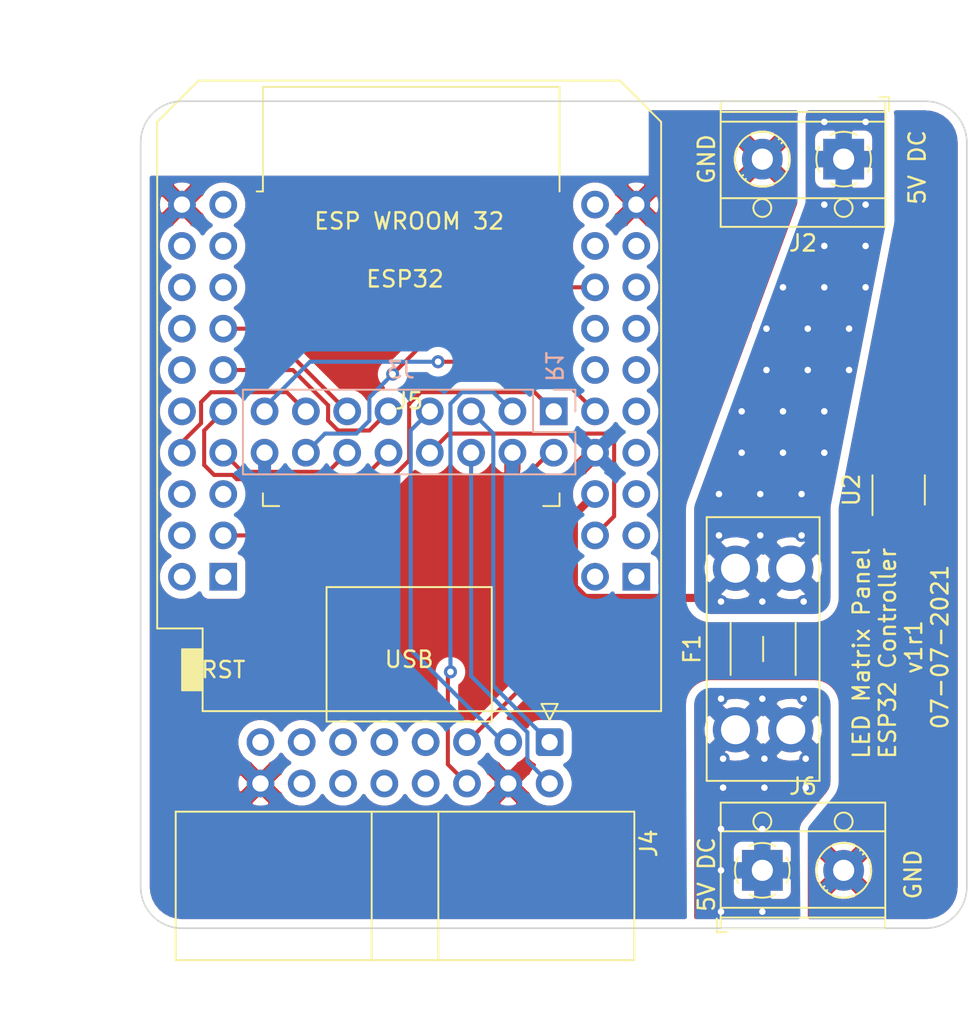
<source format=kicad_pcb>
(kicad_pcb (version 20171130) (host pcbnew "(5.1.10)-1")

  (general
    (thickness 1.6)
    (drawings 18)
    (tracks 122)
    (zones 0)
    (modules 7)
    (nets 59)
  )

  (page A4)
  (layers
    (0 F.Cu signal)
    (31 B.Cu signal)
    (32 B.Adhes user)
    (33 F.Adhes user)
    (34 B.Paste user)
    (35 F.Paste user)
    (36 B.SilkS user)
    (37 F.SilkS user)
    (38 B.Mask user)
    (39 F.Mask user)
    (40 Dwgs.User user)
    (41 Cmts.User user)
    (42 Eco1.User user)
    (43 Eco2.User user)
    (44 Edge.Cuts user)
    (45 Margin user)
    (46 B.CrtYd user)
    (47 F.CrtYd user)
    (48 B.Fab user)
    (49 F.Fab user)
  )

  (setup
    (last_trace_width 0.25)
    (user_trace_width 0.5)
    (user_trace_width 1)
    (user_trace_width 2)
    (user_trace_width 4)
    (trace_clearance 0.2)
    (zone_clearance 0.508)
    (zone_45_only no)
    (trace_min 0.2)
    (via_size 0.8)
    (via_drill 0.4)
    (via_min_size 0.4)
    (via_min_drill 0.3)
    (uvia_size 0.3)
    (uvia_drill 0.1)
    (uvias_allowed no)
    (uvia_min_size 0.2)
    (uvia_min_drill 0.1)
    (edge_width 0.1)
    (segment_width 0.2)
    (pcb_text_width 0.3)
    (pcb_text_size 1.5 1.5)
    (mod_edge_width 0.15)
    (mod_text_size 1 1)
    (mod_text_width 0.15)
    (pad_size 1.7 1.7)
    (pad_drill 1)
    (pad_to_mask_clearance 0.05)
    (aux_axis_origin 0 0)
    (visible_elements 7FFFEFFF)
    (pcbplotparams
      (layerselection 0x010f0_ffffffff)
      (usegerberextensions false)
      (usegerberattributes true)
      (usegerberadvancedattributes true)
      (creategerberjobfile true)
      (excludeedgelayer true)
      (linewidth 0.100000)
      (plotframeref false)
      (viasonmask false)
      (mode 1)
      (useauxorigin false)
      (hpglpennumber 1)
      (hpglpenspeed 20)
      (hpglpendiameter 15.000000)
      (psnegative false)
      (psa4output false)
      (plotreference true)
      (plotvalue true)
      (plotinvisibletext false)
      (padsonsilk false)
      (subtractmaskfromsilk false)
      (outputformat 1)
      (mirror false)
      (drillshape 0)
      (scaleselection 1)
      (outputdirectory ""))
  )

  (net 0 "")
  (net 1 GND)
  (net 2 "Net-(J4-Pad7)")
  (net 3 /B2)
  (net 4 /G2)
  (net 5 /R2)
  (net 6 /B1)
  (net 7 /G1)
  (net 8 "Net-(J4-Pad14)")
  (net 9 "Net-(J4-Pad12)")
  (net 10 "Net-(J4-Pad10)")
  (net 11 "Net-(J4-Pad8)")
  (net 12 "Net-(J4-Pad15)")
  (net 13 "Net-(J4-Pad13)")
  (net 14 "Net-(J4-Pad11)")
  (net 15 "Net-(J4-Pad9)")
  (net 16 VCC)
  (net 17 IO16)
  (net 18 IO22)
  (net 19 IO14)
  (net 20 IO5)
  (net 21 IO18)
  (net 22 IO23)
  (net 23 IO19)
  (net 24 IO15)
  (net 25 IO13)
  (net 26 CLK)
  (net 27 SD0)
  (net 28 SD1)
  (net 29 IO2)
  (net 30 IO0)
  (net 31 IO4)
  (net 32 IO12)
  (net 33 IO17)
  (net 34 IO32)
  (net 35 IO21)
  (net 36 IO25)
  (net 37 IO27)
  (net 38 IO3)
  (net 39 IO1)
  (net 40 SD3)
  (net 41 CMD)
  (net 42 SD2)
  (net 43 "Net-(J5-Padb8)")
  (net 44 IO34)
  (net 45 IO33)
  (net 46 IO35)
  (net 47 IO26)
  (net 48 SVN)
  (net 49 SVP)
  (net 50 "Net-(J5-Padb1)")
  (net 51 "Net-(J5-Pada8)")
  (net 52 "Net-(J5-Pada2)")
  (net 53 VFZ)
  (net 54 "Net-(U2-Pad5)")
  (net 55 "Net-(U2-Pad4)")
  (net 56 "Net-(U2-Pad3)")
  (net 57 "Net-(U2-Pad2)")
  (net 58 "Net-(U2-Pad1)")

  (net_class Default "This is the default net class."
    (clearance 0.2)
    (trace_width 0.25)
    (via_dia 0.8)
    (via_drill 0.4)
    (uvia_dia 0.3)
    (uvia_drill 0.1)
    (add_net /B1)
    (add_net /B2)
    (add_net /G1)
    (add_net /G2)
    (add_net /R2)
    (add_net CLK)
    (add_net CMD)
    (add_net GND)
    (add_net IO0)
    (add_net IO1)
    (add_net IO12)
    (add_net IO13)
    (add_net IO14)
    (add_net IO15)
    (add_net IO16)
    (add_net IO17)
    (add_net IO18)
    (add_net IO19)
    (add_net IO2)
    (add_net IO21)
    (add_net IO22)
    (add_net IO23)
    (add_net IO25)
    (add_net IO26)
    (add_net IO27)
    (add_net IO3)
    (add_net IO32)
    (add_net IO33)
    (add_net IO34)
    (add_net IO35)
    (add_net IO4)
    (add_net IO5)
    (add_net "Net-(J4-Pad10)")
    (add_net "Net-(J4-Pad11)")
    (add_net "Net-(J4-Pad12)")
    (add_net "Net-(J4-Pad13)")
    (add_net "Net-(J4-Pad14)")
    (add_net "Net-(J4-Pad15)")
    (add_net "Net-(J4-Pad7)")
    (add_net "Net-(J4-Pad8)")
    (add_net "Net-(J4-Pad9)")
    (add_net "Net-(J5-Pada2)")
    (add_net "Net-(J5-Pada8)")
    (add_net "Net-(J5-Padb1)")
    (add_net "Net-(J5-Padb8)")
    (add_net "Net-(U2-Pad1)")
    (add_net "Net-(U2-Pad2)")
    (add_net "Net-(U2-Pad3)")
    (add_net "Net-(U2-Pad4)")
    (add_net "Net-(U2-Pad5)")
    (add_net SD0)
    (add_net SD1)
    (add_net SD2)
    (add_net SD3)
    (add_net SVN)
    (add_net SVP)
    (add_net VCC)
    (add_net VFZ)
  )

  (module Package_TO_SOT_SMD:SOT-23-5 (layer F.Cu) (tedit 5A02FF57) (tstamp 60EB3FDC)
    (at 72.009 98.806 90)
    (descr "5-pin SOT23 package")
    (tags SOT-23-5)
    (path /60EB7972)
    (attr smd)
    (fp_text reference U2 (at 0 -2.9 90) (layer F.SilkS)
      (effects (font (size 1 1) (thickness 0.15)))
    )
    (fp_text value LP2985-3.3 (at 0 2.9 90) (layer F.Fab)
      (effects (font (size 1 1) (thickness 0.15)))
    )
    (fp_text user %R (at 0 0) (layer F.Fab)
      (effects (font (size 0.5 0.5) (thickness 0.075)))
    )
    (fp_line (start -0.9 1.61) (end 0.9 1.61) (layer F.SilkS) (width 0.12))
    (fp_line (start 0.9 -1.61) (end -1.55 -1.61) (layer F.SilkS) (width 0.12))
    (fp_line (start -1.9 -1.8) (end 1.9 -1.8) (layer F.CrtYd) (width 0.05))
    (fp_line (start 1.9 -1.8) (end 1.9 1.8) (layer F.CrtYd) (width 0.05))
    (fp_line (start 1.9 1.8) (end -1.9 1.8) (layer F.CrtYd) (width 0.05))
    (fp_line (start -1.9 1.8) (end -1.9 -1.8) (layer F.CrtYd) (width 0.05))
    (fp_line (start -0.9 -0.9) (end -0.25 -1.55) (layer F.Fab) (width 0.1))
    (fp_line (start 0.9 -1.55) (end -0.25 -1.55) (layer F.Fab) (width 0.1))
    (fp_line (start -0.9 -0.9) (end -0.9 1.55) (layer F.Fab) (width 0.1))
    (fp_line (start 0.9 1.55) (end -0.9 1.55) (layer F.Fab) (width 0.1))
    (fp_line (start 0.9 -1.55) (end 0.9 1.55) (layer F.Fab) (width 0.1))
    (pad 5 smd rect (at 1.1 -0.95 90) (size 1.06 0.65) (layers F.Cu F.Paste F.Mask)
      (net 54 "Net-(U2-Pad5)"))
    (pad 4 smd rect (at 1.1 0.95 90) (size 1.06 0.65) (layers F.Cu F.Paste F.Mask)
      (net 55 "Net-(U2-Pad4)"))
    (pad 3 smd rect (at -1.1 0.95 90) (size 1.06 0.65) (layers F.Cu F.Paste F.Mask)
      (net 56 "Net-(U2-Pad3)"))
    (pad 2 smd rect (at -1.1 0 90) (size 1.06 0.65) (layers F.Cu F.Paste F.Mask)
      (net 57 "Net-(U2-Pad2)"))
    (pad 1 smd rect (at -1.1 -0.95 90) (size 1.06 0.65) (layers F.Cu F.Paste F.Mask)
      (net 58 "Net-(U2-Pad1)"))
    (model ${KISYS3DMOD}/Package_TO_SOT_SMD.3dshapes/SOT-23-5.wrl
      (at (xyz 0 0 0))
      (scale (xyz 1 1 1))
      (rotate (xyz 0 0 0))
    )
  )

  (module Connector_IDC:IDC-Header_2x08_P2.54mm_Horizontal (layer F.Cu) (tedit 5EAC9A08) (tstamp 60CA4419)
    (at 50.546 114.3 270)
    (descr "Through hole IDC box header, 2x08, 2.54mm pitch, DIN 41651 / IEC 60603-13, double rows, https://docs.google.com/spreadsheets/d/16SsEcesNF15N3Lb4niX7dcUr-NY5_MFPQhobNuNppn4/edit#gid=0")
    (tags "Through hole horizontal IDC box header THT 2x08 2.54mm double row")
    (path /60CD98EA)
    (fp_text reference J4 (at 6.215 -6.1 90) (layer F.SilkS)
      (effects (font (size 1 1) (thickness 0.15)))
    )
    (fp_text value "LED X-over Data Out Socket" (at 6.215 23.88 90) (layer F.Fab)
      (effects (font (size 1 1) (thickness 0.15)))
    )
    (fp_line (start 4.38 -4.1) (end 5.38 -5.1) (layer F.Fab) (width 0.1))
    (fp_line (start 4.38 6.84) (end 13.28 6.84) (layer F.Fab) (width 0.1))
    (fp_line (start 4.38 10.94) (end 13.28 10.94) (layer F.Fab) (width 0.1))
    (fp_line (start 4.27 6.84) (end 13.39 6.84) (layer F.SilkS) (width 0.12))
    (fp_line (start 4.27 10.94) (end 13.39 10.94) (layer F.SilkS) (width 0.12))
    (fp_line (start 4.38 -0.32) (end -0.32 -0.32) (layer F.Fab) (width 0.1))
    (fp_line (start -0.32 -0.32) (end -0.32 0.32) (layer F.Fab) (width 0.1))
    (fp_line (start -0.32 0.32) (end 4.38 0.32) (layer F.Fab) (width 0.1))
    (fp_line (start 4.38 2.22) (end -0.32 2.22) (layer F.Fab) (width 0.1))
    (fp_line (start -0.32 2.22) (end -0.32 2.86) (layer F.Fab) (width 0.1))
    (fp_line (start -0.32 2.86) (end 4.38 2.86) (layer F.Fab) (width 0.1))
    (fp_line (start 4.38 4.76) (end -0.32 4.76) (layer F.Fab) (width 0.1))
    (fp_line (start -0.32 4.76) (end -0.32 5.4) (layer F.Fab) (width 0.1))
    (fp_line (start -0.32 5.4) (end 4.38 5.4) (layer F.Fab) (width 0.1))
    (fp_line (start 4.38 7.3) (end -0.32 7.3) (layer F.Fab) (width 0.1))
    (fp_line (start -0.32 7.3) (end -0.32 7.94) (layer F.Fab) (width 0.1))
    (fp_line (start -0.32 7.94) (end 4.38 7.94) (layer F.Fab) (width 0.1))
    (fp_line (start 4.38 9.84) (end -0.32 9.84) (layer F.Fab) (width 0.1))
    (fp_line (start -0.32 9.84) (end -0.32 10.48) (layer F.Fab) (width 0.1))
    (fp_line (start -0.32 10.48) (end 4.38 10.48) (layer F.Fab) (width 0.1))
    (fp_line (start 4.38 12.38) (end -0.32 12.38) (layer F.Fab) (width 0.1))
    (fp_line (start -0.32 12.38) (end -0.32 13.02) (layer F.Fab) (width 0.1))
    (fp_line (start -0.32 13.02) (end 4.38 13.02) (layer F.Fab) (width 0.1))
    (fp_line (start 4.38 14.92) (end -0.32 14.92) (layer F.Fab) (width 0.1))
    (fp_line (start -0.32 14.92) (end -0.32 15.56) (layer F.Fab) (width 0.1))
    (fp_line (start -0.32 15.56) (end 4.38 15.56) (layer F.Fab) (width 0.1))
    (fp_line (start 4.38 17.46) (end -0.32 17.46) (layer F.Fab) (width 0.1))
    (fp_line (start -0.32 17.46) (end -0.32 18.1) (layer F.Fab) (width 0.1))
    (fp_line (start -0.32 18.1) (end 4.38 18.1) (layer F.Fab) (width 0.1))
    (fp_line (start 5.38 -5.1) (end 13.28 -5.1) (layer F.Fab) (width 0.1))
    (fp_line (start 13.28 -5.1) (end 13.28 22.88) (layer F.Fab) (width 0.1))
    (fp_line (start 13.28 22.88) (end 4.38 22.88) (layer F.Fab) (width 0.1))
    (fp_line (start 4.38 22.88) (end 4.38 -4.1) (layer F.Fab) (width 0.1))
    (fp_line (start 4.27 -5.21) (end 13.39 -5.21) (layer F.SilkS) (width 0.12))
    (fp_line (start 13.39 -5.21) (end 13.39 22.99) (layer F.SilkS) (width 0.12))
    (fp_line (start 13.39 22.99) (end 4.27 22.99) (layer F.SilkS) (width 0.12))
    (fp_line (start 4.27 22.99) (end 4.27 -5.21) (layer F.SilkS) (width 0.12))
    (fp_line (start -1.35 0) (end -2.35 -0.5) (layer F.SilkS) (width 0.12))
    (fp_line (start -2.35 -0.5) (end -2.35 0.5) (layer F.SilkS) (width 0.12))
    (fp_line (start -2.35 0.5) (end -1.35 0) (layer F.SilkS) (width 0.12))
    (fp_line (start -1.35 -5.6) (end -1.35 23.38) (layer F.CrtYd) (width 0.05))
    (fp_line (start -1.35 23.38) (end 13.78 23.38) (layer F.CrtYd) (width 0.05))
    (fp_line (start 13.78 23.38) (end 13.78 -5.6) (layer F.CrtYd) (width 0.05))
    (fp_line (start 13.78 -5.6) (end -1.35 -5.6) (layer F.CrtYd) (width 0.05))
    (fp_text user %R (at 8.83 8.89) (layer F.Fab)
      (effects (font (size 1 1) (thickness 0.15)))
    )
    (pad 16 thru_hole circle (at 2.54 17.78 270) (size 1.7 1.7) (drill 1) (layers *.Cu *.Mask)
      (net 1 GND))
    (pad 14 thru_hole circle (at 2.54 15.24 270) (size 1.7 1.7) (drill 1) (layers *.Cu *.Mask)
      (net 8 "Net-(J4-Pad14)"))
    (pad 12 thru_hole circle (at 2.54 12.7 270) (size 1.7 1.7) (drill 1) (layers *.Cu *.Mask)
      (net 9 "Net-(J4-Pad12)"))
    (pad 10 thru_hole circle (at 2.54 10.16 270) (size 1.7 1.7) (drill 1) (layers *.Cu *.Mask)
      (net 10 "Net-(J4-Pad10)"))
    (pad 8 thru_hole circle (at 2.54 7.62 270) (size 1.7 1.7) (drill 1) (layers *.Cu *.Mask)
      (net 11 "Net-(J4-Pad8)"))
    (pad 6 thru_hole circle (at 2.54 5.08 270) (size 1.7 1.7) (drill 1) (layers *.Cu *.Mask)
      (net 6 /B1))
    (pad 4 thru_hole circle (at 2.54 2.54 270) (size 1.7 1.7) (drill 1) (layers *.Cu *.Mask)
      (net 1 GND))
    (pad 2 thru_hole circle (at 2.54 0 270) (size 1.7 1.7) (drill 1) (layers *.Cu *.Mask)
      (net 4 /G2))
    (pad 15 thru_hole circle (at 0 17.78 270) (size 1.7 1.7) (drill 1) (layers *.Cu *.Mask)
      (net 12 "Net-(J4-Pad15)"))
    (pad 13 thru_hole circle (at 0 15.24 270) (size 1.7 1.7) (drill 1) (layers *.Cu *.Mask)
      (net 13 "Net-(J4-Pad13)"))
    (pad 11 thru_hole circle (at 0 12.7 270) (size 1.7 1.7) (drill 1) (layers *.Cu *.Mask)
      (net 14 "Net-(J4-Pad11)"))
    (pad 9 thru_hole circle (at 0 10.16 270) (size 1.7 1.7) (drill 1) (layers *.Cu *.Mask)
      (net 15 "Net-(J4-Pad9)"))
    (pad 7 thru_hole circle (at 0 7.62 270) (size 1.7 1.7) (drill 1) (layers *.Cu *.Mask)
      (net 2 "Net-(J4-Pad7)"))
    (pad 5 thru_hole circle (at 0 5.08 270) (size 1.7 1.7) (drill 1) (layers *.Cu *.Mask)
      (net 7 /G1))
    (pad 3 thru_hole circle (at 0 2.54 270) (size 1.7 1.7) (drill 1) (layers *.Cu *.Mask)
      (net 3 /B2))
    (pad 1 thru_hole roundrect (at 0 0 270) (size 1.7 1.7) (drill 1) (layers *.Cu *.Mask) (roundrect_rratio 0.147059)
      (net 5 /R2))
    (model ${KISYS3DMOD}/Connector_IDC.3dshapes/IDC-Header_2x08_P2.54mm_Horizontal.wrl
      (at (xyz 0 0 0))
      (scale (xyz 1 1 1))
      (rotate (xyz 0 0 0))
    )
  )

  (module Fuse:Fuseholder_Blade_Mini_Keystone_3568 (layer F.Cu) (tedit 5C39DE81) (tstamp 60E6439A)
    (at 61.976 113.538 90)
    (descr "fuse holder, car blade fuse mini, http://www.keyelco.com/product-pdf.cfm?p=306")
    (tags "car blade fuse mini")
    (path /60ECDFA5)
    (fp_text reference F1 (at 4.96 -2.67 90) (layer F.SilkS)
      (effects (font (size 1 1) (thickness 0.15)))
    )
    (fp_text value Fuse (at 4.96 6.07 90) (layer F.Fab)
      (effects (font (size 1 1) (thickness 0.15)))
    )
    (fp_line (start 13.21 -1.92) (end -3.29 -1.92) (layer F.CrtYd) (width 0.05))
    (fp_line (start 13.21 5.32) (end 13.21 -1.92) (layer F.CrtYd) (width 0.05))
    (fp_line (start -3.29 5.32) (end 13.21 5.32) (layer F.CrtYd) (width 0.05))
    (fp_line (start -3.29 -1.92) (end -3.29 5.32) (layer F.CrtYd) (width 0.05))
    (fp_line (start 3.36 -0.3) (end 6.56 -0.3) (layer F.SilkS) (width 0.12))
    (fp_line (start 6.56 3.7) (end 3.36 3.7) (layer F.SilkS) (width 0.12))
    (fp_line (start 4.21 1.7) (end 5.71 1.7) (layer F.SilkS) (width 0.12))
    (fp_line (start 13.06 -1.77) (end -3.14 -1.77) (layer F.SilkS) (width 0.12))
    (fp_line (start 13.06 5.17) (end 13.06 -1.77) (layer F.SilkS) (width 0.12))
    (fp_line (start -3.14 5.17) (end 13.06 5.17) (layer F.SilkS) (width 0.12))
    (fp_line (start -3.14 -1.77) (end -3.14 5.17) (layer F.SilkS) (width 0.12))
    (fp_line (start 12.96 -1.67) (end -3.04 -1.67) (layer F.Fab) (width 0.1))
    (fp_line (start 12.96 5.07) (end 12.96 -1.67) (layer F.Fab) (width 0.1))
    (fp_line (start -3.04 5.07) (end 12.96 5.07) (layer F.Fab) (width 0.1))
    (fp_line (start -3.04 -1.67) (end -3.04 5.07) (layer F.Fab) (width 0.1))
    (fp_text user %R (at 4.96 1.7 90) (layer F.Fab)
      (effects (font (size 1 1) (thickness 0.15)))
    )
    (pad 2 thru_hole circle (at 9.92 3.4 90) (size 2.78 2.78) (drill 1.78) (layers *.Cu *.Mask)
      (net 16 VCC))
    (pad 2 thru_hole circle (at 9.92 0 90) (size 2.78 2.78) (drill 1.78) (layers *.Cu *.Mask)
      (net 16 VCC))
    (pad 1 thru_hole circle (at 0 3.4 90) (size 2.78 2.78) (drill 1.78) (layers *.Cu *.Mask)
      (net 53 VFZ))
    (pad 1 thru_hole circle (at 0 0 90) (size 2.78 2.78) (drill 1.78) (layers *.Cu *.Mask)
      (net 53 VFZ))
    (model ${KISYS3DMOD}/Fuse.3dshapes/Fuseholder_Blade_Mini_Keystone_3568.wrl
      (at (xyz 0 0 0))
      (scale (xyz 1 1 1))
      (rotate (xyz 0 0 0))
    )
  )

  (module ESP32_mini:ESP32_mini-MHET-Live (layer F.Cu) (tedit 60E35F34) (tstamp 60E61115)
    (at 41.91 92.71)
    (path /60ED5E42)
    (fp_text reference J5 (at 0 0.635) (layer F.SilkS)
      (effects (font (size 1 1) (thickness 0.15)))
    )
    (fp_text value Pin-Socket-02x10x02_ESP32-Mini-ESP32_mini (at 0 13.716) (layer F.Fab)
      (effects (font (size 1 1) (thickness 0.15)))
    )
    (fp_poly (pts (xy -10.414 6.35) (xy -12.446 6.35) (xy -12.446 -11.43) (xy -10.414 -11.43)) (layer Dwgs.User) (width 0.1))
    (fp_poly (pts (xy 12.446 6.35) (xy 10.414 6.35) (xy 10.414 -11.43) (xy 12.446 -11.43)) (layer Dwgs.User) (width 0.1))
    (fp_line (start -13.873 -12.764) (end -13.873 -23.544) (layer Dwgs.User) (width 0.1))
    (fp_line (start 9.127 6.966) (end 9.127 -18.539) (layer F.Fab) (width 0.1))
    (fp_line (start -8.873 6.966) (end 9.127 6.966) (layer F.Fab) (width 0.1))
    (fp_line (start -8.873 -18.539) (end -8.873 -12.814) (layer F.Fab) (width 0.1))
    (fp_line (start -8.873 -18.539) (end 9.127 -18.539) (layer F.Fab) (width 0.1))
    (fp_line (start -9.623 7.706) (end -9.623 -12.514) (layer F.CrtYd) (width 0.05))
    (fp_line (start -9.623 7.706) (end 9.877 7.706) (layer F.CrtYd) (width 0.05))
    (fp_line (start 9.877 -12.514) (end 9.877 7.706) (layer F.CrtYd) (width 0.05))
    (fp_line (start -14.123 -23.794) (end 14.377 -23.794) (layer F.CrtYd) (width 0.05))
    (fp_line (start -8.873 -11.814) (end -8.873 6.966) (layer F.Fab) (width 0.1))
    (fp_line (start -8.373 -12.314) (end -8.873 -12.814) (layer F.Fab) (width 0.1))
    (fp_line (start -8.873 -11.814) (end -8.373 -12.314) (layer F.Fab) (width 0.1))
    (fp_line (start 14.127 -12.764) (end -13.873 -12.764) (layer Dwgs.User) (width 0.1))
    (fp_line (start 14.127 -12.764) (end 14.127 -23.544) (layer Dwgs.User) (width 0.1))
    (fp_line (start 14.127 -23.544) (end -13.873 -23.544) (layer Dwgs.User) (width 0.1))
    (fp_line (start -14.123 -23.794) (end -14.123 -12.514) (layer F.CrtYd) (width 0.05))
    (fp_line (start 14.377 -23.794) (end 14.377 -12.514) (layer F.CrtYd) (width 0.05))
    (fp_line (start -14.123 -12.514) (end -9.623 -12.514) (layer F.CrtYd) (width 0.05))
    (fp_line (start 9.877 -12.514) (end 14.377 -12.514) (layer F.CrtYd) (width 0.05))
    (fp_line (start -12.398 -23.544) (end -13.873 -22.454) (layer Dwgs.User) (width 0.1))
    (fp_line (start -10.398 -23.544) (end -13.873 -20.839) (layer Dwgs.User) (width 0.1))
    (fp_line (start -8.398 -23.544) (end -13.873 -19.224) (layer Dwgs.User) (width 0.1))
    (fp_line (start -6.398 -23.544) (end -13.873 -17.609) (layer Dwgs.User) (width 0.1))
    (fp_line (start -4.398 -23.544) (end -13.873 -15.994) (layer Dwgs.User) (width 0.1))
    (fp_line (start -2.398 -23.544) (end -13.873 -14.379) (layer Dwgs.User) (width 0.1))
    (fp_line (start -0.398 -23.544) (end -13.873 -12.764) (layer Dwgs.User) (width 0.1))
    (fp_line (start 1.602 -23.544) (end -11.873 -12.764) (layer Dwgs.User) (width 0.1))
    (fp_line (start 3.602 -23.544) (end -9.873 -12.764) (layer Dwgs.User) (width 0.1))
    (fp_line (start -7.873 -12.764) (end 5.602 -23.544) (layer Dwgs.User) (width 0.1))
    (fp_line (start 7.602 -23.544) (end -5.873 -12.764) (layer Dwgs.User) (width 0.1))
    (fp_line (start 9.602 -23.544) (end -3.873 -12.764) (layer Dwgs.User) (width 0.1))
    (fp_line (start 11.602 -23.544) (end -1.873 -12.764) (layer Dwgs.User) (width 0.1))
    (fp_line (start 13.602 -23.544) (end 0.127 -12.764) (layer Dwgs.User) (width 0.1))
    (fp_line (start 14.127 -22.454) (end 2.127 -12.764) (layer Dwgs.User) (width 0.1))
    (fp_line (start 14.127 -20.839) (end 4.127 -12.764) (layer Dwgs.User) (width 0.1))
    (fp_line (start 14.127 -19.224) (end 6.127 -12.764) (layer Dwgs.User) (width 0.1))
    (fp_line (start 14.127 -17.609) (end 8.127 -12.764) (layer Dwgs.User) (width 0.1))
    (fp_line (start 14.127 -15.994) (end 10.127 -12.764) (layer Dwgs.User) (width 0.1))
    (fp_line (start 14.127 -14.379) (end 12.127 -12.764) (layer Dwgs.User) (width 0.1))
    (fp_line (start 9.327 -16.669) (end 13.927 -16.669) (layer Cmts.User) (width 0.1))
    (fp_line (start 13.927 -16.669) (end 13.727 -16.869) (layer Cmts.User) (width 0.1))
    (fp_line (start 13.927 -16.669) (end 13.727 -16.469) (layer Cmts.User) (width 0.1))
    (fp_line (start 9.327 -16.669) (end 9.527 -16.869) (layer Cmts.User) (width 0.1))
    (fp_line (start 9.327 -16.669) (end 9.527 -16.469) (layer Cmts.User) (width 0.1))
    (fp_line (start -13.673 -16.669) (end -13.473 -16.869) (layer Cmts.User) (width 0.1))
    (fp_line (start -13.673 -16.669) (end -13.473 -16.469) (layer Cmts.User) (width 0.1))
    (fp_line (start -9.073 -16.669) (end -9.273 -16.469) (layer Cmts.User) (width 0.1))
    (fp_line (start -13.673 -16.669) (end -9.073 -16.669) (layer Cmts.User) (width 0.1))
    (fp_line (start -9.073 -16.669) (end -9.273 -16.869) (layer Cmts.User) (width 0.1))
    (fp_line (start 8.527 -18.794) (end 8.327 -18.994) (layer Cmts.User) (width 0.1))
    (fp_line (start 8.527 -18.794) (end 8.727 -18.994) (layer Cmts.User) (width 0.1))
    (fp_line (start 8.527 -23.394) (end 8.727 -23.194) (layer Cmts.User) (width 0.1))
    (fp_line (start 8.527 -18.794) (end 8.527 -23.394) (layer Cmts.User) (width 0.1))
    (fp_line (start 8.527 -23.394) (end 8.327 -23.194) (layer Cmts.User) (width 0.1))
    (fp_line (start -8.993 6.306) (end -8.993 7.086) (layer F.SilkS) (width 0.12))
    (fp_line (start -8.993 7.086) (end -7.993 7.086) (layer F.SilkS) (width 0.12))
    (fp_line (start 9.247 6.306) (end 9.247 7.086) (layer F.SilkS) (width 0.12))
    (fp_line (start 9.247 7.086) (end 8.247 7.086) (layer F.SilkS) (width 0.12))
    (fp_line (start -8.993 -18.659) (end 9.247 -18.659) (layer F.SilkS) (width 0.12))
    (fp_line (start 9.247 -18.659) (end 9.247 -12.239) (layer F.SilkS) (width 0.12))
    (fp_line (start -8.993 -18.659) (end -8.993 -12.239) (layer F.SilkS) (width 0.12))
    (fp_line (start -8.993 -12.239) (end -9.373 -12.239) (layer F.SilkS) (width 0.12))
    (fp_line (start -12.7 14.605) (end -12.7 19.685) (layer F.SilkS) (width 0.12))
    (fp_line (start 12.954 -19.05) (end -12.954 -19.05) (layer F.SilkS) (width 0.12))
    (fp_line (start 12.954 -19.05) (end 15.494 -16.51) (layer F.SilkS) (width 0.12))
    (fp_line (start -12.954 -19.05) (end -15.494 -16.51) (layer F.SilkS) (width 0.12))
    (fp_line (start 15.494 -16.51) (end 15.494 19.685) (layer F.SilkS) (width 0.12))
    (fp_line (start -15.494 -16.51) (end -15.494 14.605) (layer F.SilkS) (width 0.12))
    (fp_line (start -15.494 14.605) (end -12.7 14.605) (layer F.SilkS) (width 0.12))
    (fp_poly (pts (xy -13.97 18.415) (xy -13.97 15.875) (xy -12.7 15.875) (xy -12.7 18.415)) (layer F.SilkS) (width 0.1))
    (fp_line (start -12.7 19.685) (end 15.494 19.685) (layer F.SilkS) (width 0.12))
    (fp_line (start -5.08 12.065) (end -5.08 20.32) (layer F.SilkS) (width 0.12))
    (fp_line (start -5.08 20.32) (end 5.08 20.32) (layer F.SilkS) (width 0.12))
    (fp_line (start 5.08 20.32) (end 5.08 12.065) (layer F.SilkS) (width 0.12))
    (fp_line (start -5.08 12.065) (end 5.08 12.065) (layer F.SilkS) (width 0.12))
    (fp_line (start 13.97 18.415) (end 11.43 18.415) (layer Dwgs.User) (width 0.12))
    (fp_line (start 11.43 18.415) (end 11.43 17.145) (layer Dwgs.User) (width 0.12))
    (fp_line (start 11.43 17.145) (end 13.97 17.145) (layer Dwgs.User) (width 0.12))
    (fp_line (start 13.97 17.145) (end 13.97 18.415) (layer Dwgs.User) (width 0.12))
    (fp_line (start 11.43 14.605) (end 11.43 15.875) (layer Dwgs.User) (width 0.12))
    (fp_line (start 11.43 15.875) (end 13.97 15.875) (layer Dwgs.User) (width 0.12))
    (fp_line (start 13.97 15.875) (end 13.97 14.605) (layer Dwgs.User) (width 0.12))
    (fp_line (start 13.97 14.605) (end 11.43 14.605) (layer Dwgs.User) (width 0.12))
    (fp_arc (start -11.43 6.35) (end -12.446 6.35) (angle -180) (layer Dwgs.User) (width 0.12))
    (fp_arc (start -11.43 -11.43) (end -10.414 -11.43) (angle -180) (layer Dwgs.User) (width 0.12))
    (fp_arc (start 11.43 -11.43) (end 12.446 -11.43) (angle -180) (layer Dwgs.User) (width 0.12))
    (fp_arc (start 11.43 6.35) (end 10.414 6.35) (angle -180) (layer Dwgs.User) (width 0.12))
    (fp_text user RST (at -11.43 17.145) (layer F.SilkS)
      (effects (font (size 1 1) (thickness 0.15)))
    )
    (fp_text user USB (at 0 16.51) (layer F.SilkS)
      (effects (font (size 1 1) (thickness 0.15)))
    )
    (fp_text user PWR (at 12.573 17.78) (layer Dwgs.User)
      (effects (font (size 0.5 0.5) (thickness 0.125)))
    )
    (fp_text user IO_02 (at 12.7 15.24) (layer Dwgs.User)
      (effects (font (size 0.5 0.5) (thickness 0.125)))
    )
    (fp_text user "5 mm" (at 11.557 -17.399) (layer Cmts.User)
      (effects (font (size 0.5 0.5) (thickness 0.1)))
    )
    (fp_text user Antenna (at 0.157 -15.364) (layer Cmts.User)
      (effects (font (size 1 1) (thickness 0.15)))
    )
    (fp_text user "KEEP-OUT ZONE" (at 0.157 -21.364) (layer Cmts.User)
      (effects (font (size 1 1) (thickness 0.15)))
    )
    (fp_text user "5 mm" (at 7.747 -21.209 90) (layer Cmts.User)
      (effects (font (size 0.5 0.5) (thickness 0.1)))
    )
    (fp_text user "5 mm" (at -11.303 -17.399) (layer Cmts.User)
      (effects (font (size 0.5 0.5) (thickness 0.1)))
    )
    (fp_text user "ESP WROOM 32" (at 0 -10.414) (layer F.SilkS)
      (effects (font (size 1 1) (thickness 0.15)))
    )
    (pad b1 thru_hole circle (at -11.43 -11.43) (size 1.7 1.7) (drill 1) (layers *.Cu *.Mask)
      (net 50 "Net-(J5-Padb1)"))
    (pad a1 thru_hole circle (at -13.97 -11.43) (size 1.7 1.7) (drill 1) (layers *.Cu *.Mask)
      (net 1 GND))
    (pad a2 thru_hole circle (at -13.97 -8.89) (size 1.7 1.7) (drill 1) (layers *.Cu *.Mask)
      (net 52 "Net-(J5-Pada2)"))
    (pad b2 thru_hole circle (at -11.43 -8.89) (size 1.7 1.7) (drill 1) (layers *.Cu *.Mask)
      (net 49 SVP))
    (pad a3 thru_hole circle (at -13.97 -6.35) (size 1.7 1.7) (drill 1) (layers *.Cu *.Mask)
      (net 48 SVN))
    (pad b3 thru_hole circle (at -11.43 -6.35) (size 1.7 1.7) (drill 1) (layers *.Cu *.Mask)
      (net 47 IO26))
    (pad a4 thru_hole circle (at -13.97 -3.81) (size 1.7 1.7) (drill 1) (layers *.Cu *.Mask)
      (net 46 IO35))
    (pad b4 thru_hole circle (at -11.43 -3.81) (size 1.7 1.7) (drill 1) (layers *.Cu *.Mask)
      (net 21 IO18))
    (pad a5 thru_hole circle (at -13.97 -1.27) (size 1.7 1.7) (drill 1) (layers *.Cu *.Mask)
      (net 45 IO33))
    (pad b5 thru_hole circle (at -11.43 -1.27) (size 1.7 1.7) (drill 1) (layers *.Cu *.Mask)
      (net 23 IO19))
    (pad a6 thru_hole circle (at -13.97 1.27) (size 1.7 1.7) (drill 1) (layers *.Cu *.Mask)
      (net 44 IO34))
    (pad b6 thru_hole circle (at -11.43 1.27) (size 1.7 1.7) (drill 1) (layers *.Cu *.Mask)
      (net 22 IO23))
    (pad a7 thru_hole circle (at -13.97 3.81) (size 1.7 1.7) (drill 1) (layers *.Cu *.Mask)
      (net 19 IO14))
    (pad b7 thru_hole circle (at -11.43 3.81) (size 1.7 1.7) (drill 1) (layers *.Cu *.Mask)
      (net 20 IO5))
    (pad a8 thru_hole circle (at -13.97 6.35) (size 1.7 1.7) (drill 1) (layers *.Cu *.Mask)
      (net 51 "Net-(J5-Pada8)"))
    (pad b8 thru_hole circle (at -11.43 6.35) (size 1.7 1.7) (drill 1) (layers *.Cu *.Mask)
      (net 43 "Net-(J5-Padb8)"))
    (pad a9 thru_hole circle (at -13.97 8.89) (size 1.7 1.7) (drill 1) (layers *.Cu *.Mask)
      (net 42 SD2))
    (pad b9 thru_hole circle (at -11.43 8.89) (size 1.7 1.7) (drill 1) (layers *.Cu *.Mask)
      (net 25 IO13))
    (pad a10 thru_hole circle (at -13.97 11.43) (size 1.7 1.7) (drill 1) (layers *.Cu *.Mask)
      (net 41 CMD))
    (pad b10 thru_hole custom (at -11.43 11.43) (size 1.7 1.7) (drill 1) (layers *.Cu *.Mask)
      (net 40 SD3) (zone_connect 0)
      (options (clearance outline) (anchor rect))
      (primitives
      ))
    (pad c1 thru_hole circle (at 11.43 -11.43) (size 1.7 1.7) (drill 1) (layers *.Cu *.Mask)
      (net 39 IO1))
    (pad d1 thru_hole circle (at 13.97 -11.43) (size 1.7 1.7) (drill 1) (layers *.Cu *.Mask)
      (net 1 GND))
    (pad c2 thru_hole circle (at 11.43 -8.89) (size 1.7 1.7) (drill 1) (layers *.Cu *.Mask)
      (net 38 IO3))
    (pad d2 thru_hole circle (at 13.97 -8.89) (size 1.7 1.7) (drill 1) (layers *.Cu *.Mask)
      (net 37 IO27))
    (pad c3 thru_hole circle (at 11.43 -6.35) (size 1.7 1.7) (drill 1) (layers *.Cu *.Mask)
      (net 18 IO22))
    (pad d3 thru_hole circle (at 13.97 -6.35) (size 1.7 1.7) (drill 1) (layers *.Cu *.Mask)
      (net 36 IO25))
    (pad c4 thru_hole circle (at 11.43 -3.81) (size 1.7 1.7) (drill 1) (layers *.Cu *.Mask)
      (net 35 IO21))
    (pad d4 thru_hole circle (at 13.97 -3.81) (size 1.7 1.7) (drill 1) (layers *.Cu *.Mask)
      (net 34 IO32))
    (pad c5 thru_hole circle (at 11.43 -1.27) (size 1.7 1.7) (drill 1) (layers *.Cu *.Mask)
      (net 33 IO17))
    (pad d5 thru_hole circle (at 13.97 -1.27) (size 1.7 1.7) (drill 1) (layers *.Cu *.Mask)
      (net 32 IO12))
    (pad c6 thru_hole circle (at 11.43 1.27) (size 1.7 1.7) (drill 1) (layers *.Cu *.Mask)
      (net 17 IO16))
    (pad d6 thru_hole circle (at 13.97 1.27) (size 1.7 1.7) (drill 1) (layers *.Cu *.Mask)
      (net 31 IO4))
    (pad c7 thru_hole circle (at 11.43 3.81) (size 1.7 1.7) (drill 1) (layers *.Cu *.Mask)
      (net 1 GND))
    (pad d7 thru_hole circle (at 13.97 3.81) (size 1.7 1.7) (drill 1) (layers *.Cu *.Mask)
      (net 30 IO0))
    (pad c8 thru_hole circle (at 11.43 6.35) (size 1.7 1.7) (drill 1) (layers *.Cu *.Mask)
      (net 16 VCC))
    (pad d8 thru_hole circle (at 13.97 6.35) (size 1.7 1.7) (drill 1) (layers *.Cu *.Mask)
      (net 29 IO2))
    (pad c9 thru_hole circle (at 11.43 8.89) (size 1.7 1.7) (drill 1) (layers *.Cu *.Mask)
      (net 24 IO15))
    (pad d9 thru_hole circle (at 13.97 8.89) (size 1.7 1.7) (drill 1) (layers *.Cu *.Mask)
      (net 28 SD1))
    (pad c10 thru_hole circle (at 11.43 11.43) (size 1.7 1.7) (drill 1) (layers *.Cu *.Mask)
      (net 27 SD0))
    (pad d10 thru_hole custom (at 13.97 11.43) (size 1.7 1.7) (drill 1) (layers *.Cu *.Mask)
      (net 26 CLK) (zone_connect 0)
      (options (clearance outline) (anchor rect))
      (primitives
      ))
    (model ${KISYS3DMOD}/Connector_PinSocket_2.54mm.3dshapes/PinSocket_2x10_P2.54mm_Vertical.wrl
      (offset (xyz -11.5 11.5 0))
      (scale (xyz 1 1 1))
      (rotate (xyz 0 0 0))
    )
    (model ${KISYS3DMOD}/Connector_PinSocket_2.54mm.3dshapes/PinSocket_2x10_P2.54mm_Vertical.wrl
      (offset (xyz 14 11.5 0))
      (scale (xyz 1 1 1))
      (rotate (xyz 0 0 0))
    )
  )

  (module TerminalBlock_RND:TerminalBlock_RND_205-00012_1x02_P5.00mm_Horizontal (layer F.Cu) (tedit 5B294F52) (tstamp 60E563D7)
    (at 63.627 122.174)
    (descr "terminal block RND 205-00012, 2 pins, pitch 5mm, size 10x7.6mm^2, drill diamater 1.3mm, pad diameter 2.5mm, see http://cdn-reichelt.de/documents/datenblatt/C151/RND_205-00012_DB_EN.pdf, script-generated using https://github.com/pointhi/kicad-footprint-generator/scripts/TerminalBlock_RND")
    (tags "THT terminal block RND 205-00012 pitch 5mm size 10x7.6mm^2 drill 1.3mm pad 2.5mm")
    (path /60E49811)
    (fp_text reference J6 (at 2.5 -5.16) (layer F.SilkS)
      (effects (font (size 1 1) (thickness 0.15)))
    )
    (fp_text value "Pwr Out to LED Matrix" (at 2.5 4.56) (layer F.Fab)
      (effects (font (size 1 1) (thickness 0.15)))
    )
    (fp_line (start 8 -4.6) (end -3 -4.6) (layer F.CrtYd) (width 0.05))
    (fp_line (start 8 4) (end 8 -4.6) (layer F.CrtYd) (width 0.05))
    (fp_line (start -3 4) (end 8 4) (layer F.CrtYd) (width 0.05))
    (fp_line (start -3 -4.6) (end -3 4) (layer F.CrtYd) (width 0.05))
    (fp_line (start -2.8 3.8) (end -2.2 3.8) (layer F.SilkS) (width 0.12))
    (fp_line (start -2.8 2.96) (end -2.8 3.8) (layer F.SilkS) (width 0.12))
    (fp_line (start 3.82 0.976) (end 3.726 1.069) (layer F.SilkS) (width 0.12))
    (fp_line (start 6.07 -1.275) (end 6.011 -1.216) (layer F.SilkS) (width 0.12))
    (fp_line (start 3.99 1.216) (end 3.931 1.274) (layer F.SilkS) (width 0.12))
    (fp_line (start 6.275 -1.069) (end 6.181 -0.976) (layer F.SilkS) (width 0.12))
    (fp_line (start 5.955 -1.138) (end 3.863 0.955) (layer F.Fab) (width 0.1))
    (fp_line (start 6.138 -0.955) (end 4.046 1.138) (layer F.Fab) (width 0.1))
    (fp_line (start 0.955 -1.138) (end -1.138 0.955) (layer F.Fab) (width 0.1))
    (fp_line (start 1.138 -0.955) (end -0.955 1.138) (layer F.Fab) (width 0.1))
    (fp_line (start 7.56 -4.16) (end 7.56 3.561) (layer F.SilkS) (width 0.12))
    (fp_line (start -2.56 -4.16) (end -2.56 3.561) (layer F.SilkS) (width 0.12))
    (fp_line (start -2.56 3.561) (end 7.56 3.561) (layer F.SilkS) (width 0.12))
    (fp_line (start -2.56 -4.16) (end 7.56 -4.16) (layer F.SilkS) (width 0.12))
    (fp_line (start -2.56 -2.4) (end 7.56 -2.4) (layer F.SilkS) (width 0.12))
    (fp_line (start -2.5 -2.4) (end 7.5 -2.4) (layer F.Fab) (width 0.1))
    (fp_line (start -2.56 2.3) (end 7.56 2.3) (layer F.SilkS) (width 0.12))
    (fp_line (start -2.5 2.3) (end 7.5 2.3) (layer F.Fab) (width 0.1))
    (fp_line (start -2.56 2.9) (end 7.56 2.9) (layer F.SilkS) (width 0.12))
    (fp_line (start -2.5 2.9) (end 7.5 2.9) (layer F.Fab) (width 0.1))
    (fp_line (start -2.5 2.9) (end -2.5 -4.1) (layer F.Fab) (width 0.1))
    (fp_line (start -1.9 3.5) (end -2.5 2.9) (layer F.Fab) (width 0.1))
    (fp_line (start 7.5 3.5) (end -1.9 3.5) (layer F.Fab) (width 0.1))
    (fp_line (start 7.5 -4.1) (end 7.5 3.5) (layer F.Fab) (width 0.1))
    (fp_line (start -2.5 -4.1) (end 7.5 -4.1) (layer F.Fab) (width 0.1))
    (fp_circle (center 5 -3) (end 5.55 -3) (layer F.SilkS) (width 0.12))
    (fp_circle (center 5 -3) (end 5.55 -3) (layer F.Fab) (width 0.1))
    (fp_circle (center 5 0) (end 6.68 0) (layer F.SilkS) (width 0.12))
    (fp_circle (center 5 0) (end 6.5 0) (layer F.Fab) (width 0.1))
    (fp_circle (center 0 -3) (end 0.55 -3) (layer F.SilkS) (width 0.12))
    (fp_circle (center 0 -3) (end 0.55 -3) (layer F.Fab) (width 0.1))
    (fp_circle (center 0 0) (end 1.5 0) (layer F.Fab) (width 0.1))
    (fp_text user %R (at 2.5 -5.16) (layer F.Fab)
      (effects (font (size 1 1) (thickness 0.15)))
    )
    (fp_arc (start 0 0) (end -0.789 1.484) (angle -29) (layer F.SilkS) (width 0.12))
    (fp_arc (start 0 0) (end -1.484 -0.789) (angle -56) (layer F.SilkS) (width 0.12))
    (fp_arc (start 0 0) (end 0.789 -1.484) (angle -56) (layer F.SilkS) (width 0.12))
    (fp_arc (start 0 0) (end 1.484 0.789) (angle -56) (layer F.SilkS) (width 0.12))
    (fp_arc (start 0 0) (end 0 1.68) (angle -28) (layer F.SilkS) (width 0.12))
    (pad 2 thru_hole circle (at 5 0) (size 2.5 2.5) (drill 1.3) (layers *.Cu *.Mask)
      (net 1 GND))
    (pad 1 thru_hole rect (at 0 0) (size 2.5 2.5) (drill 1.3) (layers *.Cu *.Mask)
      (net 53 VFZ))
    (model ${KISYS3DMOD}/TerminalBlock_RND.3dshapes/TerminalBlock_RND_205-00012_1x02_P5.00mm_Horizontal.wrl
      (at (xyz 0 0 0))
      (scale (xyz 1 1 1))
      (rotate (xyz 0 0 0))
    )
  )

  (module TerminalBlock_RND:TerminalBlock_RND_205-00012_1x02_P5.00mm_Horizontal (layer F.Cu) (tedit 5B294F52) (tstamp 60CA43E4)
    (at 68.627 78.486 180)
    (descr "terminal block RND 205-00012, 2 pins, pitch 5mm, size 10x7.6mm^2, drill diamater 1.3mm, pad diameter 2.5mm, see http://cdn-reichelt.de/documents/datenblatt/C151/RND_205-00012_DB_EN.pdf, script-generated using https://github.com/pointhi/kicad-footprint-generator/scripts/TerminalBlock_RND")
    (tags "THT terminal block RND 205-00012 pitch 5mm size 10x7.6mm^2 drill 1.3mm pad 2.5mm")
    (path /60CEA66D)
    (fp_text reference J2 (at 2.5 -5.16) (layer F.SilkS)
      (effects (font (size 1 1) (thickness 0.15)))
    )
    (fp_text value "Pwr In" (at 2.5 4.56) (layer F.Fab)
      (effects (font (size 1 1) (thickness 0.15)))
    )
    (fp_line (start 8 -4.6) (end -3 -4.6) (layer F.CrtYd) (width 0.05))
    (fp_line (start 8 4) (end 8 -4.6) (layer F.CrtYd) (width 0.05))
    (fp_line (start -3 4) (end 8 4) (layer F.CrtYd) (width 0.05))
    (fp_line (start -3 -4.6) (end -3 4) (layer F.CrtYd) (width 0.05))
    (fp_line (start -2.8 3.8) (end -2.2 3.8) (layer F.SilkS) (width 0.12))
    (fp_line (start -2.8 2.96) (end -2.8 3.8) (layer F.SilkS) (width 0.12))
    (fp_line (start 3.82 0.976) (end 3.726 1.069) (layer F.SilkS) (width 0.12))
    (fp_line (start 6.07 -1.275) (end 6.011 -1.216) (layer F.SilkS) (width 0.12))
    (fp_line (start 3.99 1.216) (end 3.931 1.274) (layer F.SilkS) (width 0.12))
    (fp_line (start 6.275 -1.069) (end 6.181 -0.976) (layer F.SilkS) (width 0.12))
    (fp_line (start 5.955 -1.138) (end 3.863 0.955) (layer F.Fab) (width 0.1))
    (fp_line (start 6.138 -0.955) (end 4.046 1.138) (layer F.Fab) (width 0.1))
    (fp_line (start 0.955 -1.138) (end -1.138 0.955) (layer F.Fab) (width 0.1))
    (fp_line (start 1.138 -0.955) (end -0.955 1.138) (layer F.Fab) (width 0.1))
    (fp_line (start 7.56 -4.16) (end 7.56 3.561) (layer F.SilkS) (width 0.12))
    (fp_line (start -2.56 -4.16) (end -2.56 3.561) (layer F.SilkS) (width 0.12))
    (fp_line (start -2.56 3.561) (end 7.56 3.561) (layer F.SilkS) (width 0.12))
    (fp_line (start -2.56 -4.16) (end 7.56 -4.16) (layer F.SilkS) (width 0.12))
    (fp_line (start -2.56 -2.4) (end 7.56 -2.4) (layer F.SilkS) (width 0.12))
    (fp_line (start -2.5 -2.4) (end 7.5 -2.4) (layer F.Fab) (width 0.1))
    (fp_line (start -2.56 2.3) (end 7.56 2.3) (layer F.SilkS) (width 0.12))
    (fp_line (start -2.5 2.3) (end 7.5 2.3) (layer F.Fab) (width 0.1))
    (fp_line (start -2.56 2.9) (end 7.56 2.9) (layer F.SilkS) (width 0.12))
    (fp_line (start -2.5 2.9) (end 7.5 2.9) (layer F.Fab) (width 0.1))
    (fp_line (start -2.5 2.9) (end -2.5 -4.1) (layer F.Fab) (width 0.1))
    (fp_line (start -1.9 3.5) (end -2.5 2.9) (layer F.Fab) (width 0.1))
    (fp_line (start 7.5 3.5) (end -1.9 3.5) (layer F.Fab) (width 0.1))
    (fp_line (start 7.5 -4.1) (end 7.5 3.5) (layer F.Fab) (width 0.1))
    (fp_line (start -2.5 -4.1) (end 7.5 -4.1) (layer F.Fab) (width 0.1))
    (fp_circle (center 5 -3) (end 5.55 -3) (layer F.SilkS) (width 0.12))
    (fp_circle (center 5 -3) (end 5.55 -3) (layer F.Fab) (width 0.1))
    (fp_circle (center 5 0) (end 6.68 0) (layer F.SilkS) (width 0.12))
    (fp_circle (center 5 0) (end 6.5 0) (layer F.Fab) (width 0.1))
    (fp_circle (center 0 -3) (end 0.55 -3) (layer F.SilkS) (width 0.12))
    (fp_circle (center 0 -3) (end 0.55 -3) (layer F.Fab) (width 0.1))
    (fp_circle (center 0 0) (end 1.5 0) (layer F.Fab) (width 0.1))
    (fp_text user %R (at 2.5 -5.16) (layer F.Fab)
      (effects (font (size 1 1) (thickness 0.15)))
    )
    (fp_arc (start 0 0) (end -0.789 1.484) (angle -29) (layer F.SilkS) (width 0.12))
    (fp_arc (start 0 0) (end -1.484 -0.789) (angle -56) (layer F.SilkS) (width 0.12))
    (fp_arc (start 0 0) (end 0.789 -1.484) (angle -56) (layer F.SilkS) (width 0.12))
    (fp_arc (start 0 0) (end 1.484 0.789) (angle -56) (layer F.SilkS) (width 0.12))
    (fp_arc (start 0 0) (end 0 1.68) (angle -28) (layer F.SilkS) (width 0.12))
    (pad 2 thru_hole circle (at 5 0 180) (size 2.5 2.5) (drill 1.3) (layers *.Cu *.Mask)
      (net 1 GND))
    (pad 1 thru_hole rect (at 0 0 180) (size 2.5 2.5) (drill 1.3) (layers *.Cu *.Mask)
      (net 16 VCC))
    (model ${KISYS3DMOD}/TerminalBlock_RND.3dshapes/TerminalBlock_RND_205-00012_1x02_P5.00mm_Horizontal.wrl
      (at (xyz 0 0 0))
      (scale (xyz 1 1 1))
      (rotate (xyz 0 0 0))
    )
  )

  (module Connector_PinSocket_2.54mm:PinSocket_2x08_P2.54mm_Vertical (layer B.Cu) (tedit 60D5F3CE) (tstamp 60D60A5A)
    (at 50.8 93.98 90)
    (descr "Through hole straight socket strip, 2x08, 2.54mm pitch, double cols (from Kicad 4.0.7), script generated")
    (tags "Through hole socket strip THT 2x08 2.54mm double row")
    (path /60D20051)
    (fp_text reference J3 (at 2.54 -9.398 180) (layer B.SilkS)
      (effects (font (size 1 1) (thickness 0.15)) (justify mirror))
    )
    (fp_text value "LED Matrix Pinheader" (at -1.27 -20.55 90) (layer B.Fab)
      (effects (font (size 1 1) (thickness 0.15)) (justify mirror))
    )
    (fp_line (start -3.81 1.27) (end 0.27 1.27) (layer B.Fab) (width 0.1))
    (fp_line (start 0.27 1.27) (end 1.27 0.27) (layer B.Fab) (width 0.1))
    (fp_line (start 1.27 0.27) (end 1.27 -19.05) (layer B.Fab) (width 0.1))
    (fp_line (start 1.27 -19.05) (end -3.81 -19.05) (layer B.Fab) (width 0.1))
    (fp_line (start -3.81 -19.05) (end -3.81 1.27) (layer B.Fab) (width 0.1))
    (fp_line (start -3.87 1.33) (end -1.27 1.33) (layer B.SilkS) (width 0.12))
    (fp_line (start -3.87 1.33) (end -3.87 -19.11) (layer B.SilkS) (width 0.12))
    (fp_line (start -3.87 -19.11) (end 1.33 -19.11) (layer B.SilkS) (width 0.12))
    (fp_line (start 1.33 -1.27) (end 1.33 -19.11) (layer B.SilkS) (width 0.12))
    (fp_line (start -1.27 -1.27) (end 1.33 -1.27) (layer B.SilkS) (width 0.12))
    (fp_line (start -1.27 1.33) (end -1.27 -1.27) (layer B.SilkS) (width 0.12))
    (fp_line (start 1.33 1.33) (end 1.33 0) (layer B.SilkS) (width 0.12))
    (fp_line (start 0 1.33) (end 1.33 1.33) (layer B.SilkS) (width 0.12))
    (fp_line (start -4.34 1.8) (end 1.76 1.8) (layer B.CrtYd) (width 0.05))
    (fp_line (start 1.76 1.8) (end 1.76 -19.55) (layer B.CrtYd) (width 0.05))
    (fp_line (start 1.76 -19.55) (end -4.34 -19.55) (layer B.CrtYd) (width 0.05))
    (fp_line (start -4.34 -19.55) (end -4.34 1.8) (layer B.CrtYd) (width 0.05))
    (fp_text user %R (at -3.302 -8.89 180) (layer B.Fab)
      (effects (font (size 1 1) (thickness 0.15)) (justify mirror))
    )
    (pad 16 thru_hole oval (at -2.54 -17.78 90) (size 1.7 1.7) (drill 1) (layers *.Cu *.Mask)
      (net 1 GND))
    (pad 15 thru_hole oval (at 0 -17.78 90) (size 1.7 1.7) (drill 1) (layers *.Cu *.Mask)
      (net 17 IO16))
    (pad 14 thru_hole oval (at -2.54 -15.24 90) (size 1.7 1.7) (drill 1) (layers *.Cu *.Mask)
      (net 18 IO22))
    (pad 13 thru_hole oval (at 0 -15.24 90) (size 1.7 1.7) (drill 1) (layers *.Cu *.Mask)
      (net 19 IO14))
    (pad 12 thru_hole oval (at -2.54 -12.7 90) (size 1.7 1.7) (drill 1) (layers *.Cu *.Mask)
      (net 20 IO5))
    (pad 11 thru_hole oval (at 0 -12.7 90) (size 1.7 1.7) (drill 1) (layers *.Cu *.Mask)
      (net 21 IO18))
    (pad 10 thru_hole oval (at -2.54 -10.16 90) (size 1.7 1.7) (drill 1) (layers *.Cu *.Mask)
      (net 22 IO23))
    (pad 9 thru_hole oval (at 0 -10.16 90) (size 1.7 1.7) (drill 1) (layers *.Cu *.Mask)
      (net 23 IO19))
    (pad 8 thru_hole oval (at -2.54 -7.62 90) (size 1.7 1.7) (drill 1) (layers *.Cu *.Mask)
      (net 24 IO15))
    (pad 7 thru_hole oval (at 0 -7.62 90) (size 1.7 1.7) (drill 1) (layers *.Cu *.Mask)
      (net 3 /B2))
    (pad 6 thru_hole oval (at -2.54 -5.08 90) (size 1.7 1.7) (drill 1) (layers *.Cu *.Mask)
      (net 4 /G2))
    (pad 5 thru_hole oval (at 0 -5.08 90) (size 1.7 1.7) (drill 1) (layers *.Cu *.Mask)
      (net 5 /R2))
    (pad 4 thru_hole oval (at -2.54 -2.54 90) (size 1.7 1.7) (drill 1) (layers *.Cu *.Mask)
      (net 1 GND))
    (pad 3 thru_hole oval (at 0 -2.54 90) (size 1.7 1.7) (drill 1) (layers *.Cu *.Mask)
      (net 6 /B1))
    (pad 2 thru_hole oval (at -2.54 0 90) (size 1.7 1.7) (drill 1) (layers *.Cu *.Mask)
      (net 7 /G1))
    (pad 1 thru_hole rect (at 0 0 90) (size 1.7 1.7) (drill 1) (layers *.Cu *.Mask)
      (net 25 IO13))
    (model ${KISYS3DMOD}/Connector_PinSocket_2.54mm.3dshapes/PinSocket_2x08_P2.54mm_Vertical.wrl
      (at (xyz 0 0 0))
      (scale (xyz 1 1 1))
      (rotate (xyz 0 0 0))
    )
  )

  (dimension 50.8 (width 0.15) (layer Dwgs.User)
    (gr_text "50.800 mm" (at 20.417 100.33 270) (layer Dwgs.User)
      (effects (font (size 1 1) (thickness 0.15)))
    )
    (feature1 (pts (xy 28.066999 125.73) (xy 21.130579 125.73)))
    (feature2 (pts (xy 28.066999 74.93) (xy 21.130579 74.93)))
    (crossbar (pts (xy 21.717 74.93) (xy 21.717 125.73)))
    (arrow1a (pts (xy 21.717 125.73) (xy 21.130579 124.603496)))
    (arrow1b (pts (xy 21.717 125.73) (xy 22.303421 124.603496)))
    (arrow2a (pts (xy 21.717 74.93) (xy 21.130579 76.056504)))
    (arrow2b (pts (xy 21.717 74.93) (xy 22.303421 76.056504)))
  )
  (gr_arc (start 73.66 123.19) (end 73.66 125.73) (angle -90) (layer Edge.Cuts) (width 0.1) (tstamp 60D5F837))
  (gr_arc (start 73.66 77.47) (end 76.2 77.47) (angle -90) (layer Edge.Cuts) (width 0.1) (tstamp 60D5F850))
  (gr_line (start 76.2 123.19) (end 76.2 77.47) (layer Edge.Cuts) (width 0.1))
  (gr_text ESP32 (at 41.656 85.852) (layer F.SilkS)
    (effects (font (size 1 1) (thickness 0.15)))
  )
  (gr_text +5V (at 62.992 117.856) (layer Dwgs.User) (tstamp 60E4DC5D)
    (effects (font (size 1.5 1.5) (thickness 0.3)))
  )
  (gr_text +5V (at 63.246 96.774) (layer Dwgs.User)
    (effects (font (size 1.5 1.5) (thickness 0.3)))
  )
  (gr_text GND (at 72.898 122.428 90) (layer F.SilkS) (tstamp 60E63CD0)
    (effects (font (size 1 1) (thickness 0.15)))
  )
  (gr_text "5V DC" (at 60.198 122.428 90) (layer F.SilkS) (tstamp 60E63CCD)
    (effects (font (size 1 1) (thickness 0.15)))
  )
  (gr_text "LED Matrix Panel \nESP32 Controller \nv1r1\n07-07-2021" (at 72.136 108.458 90) (layer F.SilkS)
    (effects (font (size 1 1) (thickness 0.15)))
  )
  (gr_text GND (at 60.198 78.486 90) (layer F.SilkS) (tstamp 60D62A56)
    (effects (font (size 1 1) (thickness 0.15)))
  )
  (gr_text R1 (at 50.8 91.186 270) (layer B.SilkS)
    (effects (font (size 1 1) (thickness 0.15)) (justify mirror))
  )
  (gr_text "5V DC" (at 73.152 78.994 90) (layer F.SilkS) (tstamp 60D5FFCF)
    (effects (font (size 1 1) (thickness 0.15)))
  )
  (gr_arc (start 27.94 77.47) (end 27.94 74.93) (angle -90) (layer Edge.Cuts) (width 0.1) (tstamp 60D5F86E))
  (gr_arc (start 27.94 123.19) (end 25.4 123.19) (angle -90) (layer Edge.Cuts) (width 0.1) (tstamp 60D5F85B))
  (gr_line (start 25.4 123.19) (end 25.4 77.47) (layer Edge.Cuts) (width 0.1) (tstamp 60CA5926))
  (gr_line (start 27.94 125.73) (end 73.66 125.73) (layer Edge.Cuts) (width 0.1))
  (gr_line (start 27.94 74.93) (end 73.66 74.93) (layer Edge.Cuts) (width 0.1))

  (segment (start 42.004999 95.155001) (end 43.18 93.98) (width 0.25) (layer B.Cu) (net 3))
  (segment (start 42.004999 108.610001) (end 42.004999 95.155001) (width 0.25) (layer B.Cu) (net 3))
  (segment (start 47.694998 114.3) (end 42.004999 108.610001) (width 0.25) (layer B.Cu) (net 3))
  (segment (start 48.006 114.3) (end 47.694998 114.3) (width 0.25) (layer B.Cu) (net 3))
  (segment (start 49.181001 115.475001) (end 49.181001 113.697001) (width 0.25) (layer B.Cu) (net 4))
  (segment (start 50.546 116.84) (end 49.181001 115.475001) (width 0.25) (layer B.Cu) (net 4))
  (segment (start 45.72 110.236) (end 45.72 96.52) (width 0.25) (layer B.Cu) (net 4))
  (segment (start 49.181001 113.697001) (end 45.72 110.236) (width 0.25) (layer B.Cu) (net 4))
  (segment (start 50.356002 114.3) (end 50.546 114.3) (width 0.25) (layer B.Cu) (net 5))
  (segment (start 47.084999 110.838999) (end 50.546 114.3) (width 0.25) (layer B.Cu) (net 5))
  (segment (start 47.084999 95.344999) (end 47.084999 110.838999) (width 0.25) (layer B.Cu) (net 5))
  (segment (start 45.72 93.98) (end 47.084999 95.344999) (width 0.25) (layer B.Cu) (net 5))
  (segment (start 44.45 93.510998) (end 44.45 109.982) (width 0.25) (layer B.Cu) (net 6))
  (via (at 44.45 109.982) (size 0.8) (drill 0.4) (layers F.Cu B.Cu) (net 6))
  (segment (start 45.155999 92.804999) (end 44.45 93.510998) (width 0.25) (layer B.Cu) (net 6))
  (segment (start 47.084999 92.804999) (end 45.155999 92.804999) (width 0.25) (layer B.Cu) (net 6))
  (segment (start 48.26 93.98) (end 47.084999 92.804999) (width 0.25) (layer B.Cu) (net 6))
  (segment (start 44.290999 115.664999) (end 45.466 116.84) (width 0.25) (layer F.Cu) (net 6))
  (segment (start 44.290999 110.141001) (end 44.290999 115.664999) (width 0.25) (layer F.Cu) (net 6))
  (segment (start 44.45 109.982) (end 44.290999 110.141001) (width 0.25) (layer F.Cu) (net 6))
  (segment (start 50.546 96.52) (end 49.370999 97.695001) (width 0.25) (layer F.Cu) (net 7) (status 10))
  (segment (start 49.370999 110.395001) (end 45.466 114.3) (width 0.25) (layer F.Cu) (net 7))
  (segment (start 49.370999 97.695001) (end 49.370999 110.395001) (width 0.25) (layer F.Cu) (net 7))
  (via (at 66.04 101.6) (size 0.8) (drill 0.4) (layers F.Cu B.Cu) (net 16) (tstamp 60E5FB99))
  (via (at 63.5 101.6) (size 0.8) (drill 0.4) (layers F.Cu B.Cu) (net 16) (tstamp 60E5FB9A))
  (via (at 60.96 101.6) (size 0.8) (drill 0.4) (layers F.Cu B.Cu) (net 16) (tstamp 60E5FB9B))
  (via (at 66.167 105.664) (size 0.8) (drill 0.4) (layers F.Cu B.Cu) (net 16) (tstamp 60EA4C2C))
  (via (at 61.087 105.664) (size 0.8) (drill 0.4) (layers F.Cu B.Cu) (net 16) (tstamp 60EA4C2D))
  (via (at 63.627 105.664) (size 0.8) (drill 0.4) (layers F.Cu B.Cu) (net 16) (tstamp 60EA4C2E))
  (via (at 66.04 99.06) (size 0.8) (drill 0.4) (layers F.Cu B.Cu) (net 16) (tstamp 60EA4C4D))
  (via (at 60.96 99.06) (size 0.8) (drill 0.4) (layers F.Cu B.Cu) (net 16) (tstamp 60EA4C4E))
  (via (at 63.5 99.06) (size 0.8) (drill 0.4) (layers F.Cu B.Cu) (net 16) (tstamp 60EA4C4F))
  (via (at 67.437 96.52) (size 0.8) (drill 0.4) (layers F.Cu B.Cu) (net 16) (tstamp 60EA4C5F))
  (via (at 62.357 96.52) (size 0.8) (drill 0.4) (layers F.Cu B.Cu) (net 16) (tstamp 60EA4C60))
  (via (at 64.897 96.52) (size 0.8) (drill 0.4) (layers F.Cu B.Cu) (net 16) (tstamp 60EA4C61))
  (via (at 64.897 93.98) (size 0.8) (drill 0.4) (layers F.Cu B.Cu) (net 16) (tstamp 60EA4C62))
  (via (at 67.437 93.98) (size 0.8) (drill 0.4) (layers F.Cu B.Cu) (net 16) (tstamp 60EA4C63))
  (via (at 62.357 93.98) (size 0.8) (drill 0.4) (layers F.Cu B.Cu) (net 16) (tstamp 60EA4C64))
  (via (at 63.881 88.9) (size 0.8) (drill 0.4) (layers F.Cu B.Cu) (net 16) (tstamp 60EA4C6B))
  (via (at 66.421 91.44) (size 0.8) (drill 0.4) (layers F.Cu B.Cu) (net 16) (tstamp 60EA4C6C))
  (via (at 63.881 91.44) (size 0.8) (drill 0.4) (layers F.Cu B.Cu) (net 16) (tstamp 60EA4C6D))
  (via (at 68.961 88.9) (size 0.8) (drill 0.4) (layers F.Cu B.Cu) (net 16) (tstamp 60EA4C6E))
  (via (at 68.961 91.44) (size 0.8) (drill 0.4) (layers F.Cu B.Cu) (net 16) (tstamp 60EA4C6F))
  (via (at 66.421 88.9) (size 0.8) (drill 0.4) (layers F.Cu B.Cu) (net 16) (tstamp 60EA4C70))
  (via (at 69.977 86.36) (size 0.8) (drill 0.4) (layers F.Cu B.Cu) (net 16) (tstamp 60EA4C8F))
  (via (at 67.437 86.36) (size 0.8) (drill 0.4) (layers F.Cu B.Cu) (net 16) (tstamp 60EA4C90))
  (via (at 69.977 83.82) (size 0.8) (drill 0.4) (layers F.Cu B.Cu) (net 16) (tstamp 60EA4C91))
  (via (at 64.897 86.36) (size 0.8) (drill 0.4) (layers F.Cu B.Cu) (net 16) (tstamp 60EA4C93))
  (via (at 67.437 83.82) (size 0.8) (drill 0.4) (layers F.Cu B.Cu) (net 16) (tstamp 60EA4C94))
  (via (at 69.977 81.28) (size 0.8) (drill 0.4) (layers F.Cu B.Cu) (net 16) (tstamp 60EA4C9C))
  (via (at 67.437 81.28) (size 0.8) (drill 0.4) (layers F.Cu B.Cu) (net 16) (tstamp 60EA4C9D))
  (via (at 67.437 76.2) (size 0.8) (drill 0.4) (layers F.Cu B.Cu) (net 16) (tstamp 60EA4CA2))
  (via (at 69.977 76.2) (size 0.8) (drill 0.4) (layers F.Cu B.Cu) (net 16) (tstamp 60EA4CA3))
  (segment (start 52.715999 105.440001) (end 60.153999 105.440001) (width 0.5) (layer F.Cu) (net 16))
  (segment (start 60.153999 105.440001) (end 61.976 103.618) (width 0.5) (layer F.Cu) (net 16))
  (segment (start 52.039999 104.764001) (end 52.715999 105.440001) (width 0.5) (layer F.Cu) (net 16))
  (segment (start 52.039999 100.360001) (end 52.039999 104.764001) (width 0.5) (layer F.Cu) (net 16))
  (segment (start 53.34 99.06) (end 52.039999 100.360001) (width 0.5) (layer F.Cu) (net 16))
  (via (at 43.688 90.932) (size 0.8) (drill 0.4) (layers F.Cu B.Cu) (net 17))
  (segment (start 35.814 90.932) (end 43.688 90.932) (width 0.25) (layer B.Cu) (net 17))
  (segment (start 32.766 93.98) (end 35.814 90.932) (width 0.25) (layer B.Cu) (net 17) (status 10))
  (segment (start 50.292 90.932) (end 53.34 93.98) (width 0.25) (layer F.Cu) (net 17) (status 20))
  (segment (start 43.688 90.932) (end 50.292 90.932) (width 0.25) (layer F.Cu) (net 17))
  (via (at 40.894 91.694) (size 0.8) (drill 0.4) (layers F.Cu B.Cu) (net 18))
  (segment (start 46.228 86.36) (end 53.34 86.36) (width 0.25) (layer F.Cu) (net 18) (status 20))
  (segment (start 40.894 91.694) (end 46.228 86.36) (width 0.25) (layer F.Cu) (net 18))
  (segment (start 39.464999 93.123001) (end 40.894 91.694) (width 0.25) (layer B.Cu) (net 18))
  (segment (start 39.464999 94.544001) (end 39.464999 93.123001) (width 0.25) (layer B.Cu) (net 18))
  (segment (start 36.735001 95.344999) (end 38.664001 95.344999) (width 0.25) (layer B.Cu) (net 18))
  (segment (start 38.664001 95.344999) (end 39.464999 94.544001) (width 0.25) (layer B.Cu) (net 18))
  (segment (start 35.56 96.52) (end 36.735001 95.344999) (width 0.25) (layer B.Cu) (net 18) (status 10))
  (segment (start 27.94 95.88359) (end 27.94 96.52) (width 0.25) (layer F.Cu) (net 19))
  (segment (start 29.115001 93.415999) (end 29.115001 94.708589) (width 0.25) (layer F.Cu) (net 19))
  (segment (start 29.115001 94.708589) (end 27.94 95.88359) (width 0.25) (layer F.Cu) (net 19))
  (segment (start 29.726001 92.804999) (end 29.115001 93.415999) (width 0.25) (layer F.Cu) (net 19))
  (segment (start 34.384999 92.804999) (end 29.726001 92.804999) (width 0.25) (layer F.Cu) (net 19))
  (segment (start 35.56 93.98) (end 34.384999 92.804999) (width 0.25) (layer F.Cu) (net 19))
  (segment (start 31.655001 97.695001) (end 30.48 96.52) (width 0.25) (layer F.Cu) (net 20) (status 20))
  (segment (start 36.924999 97.695001) (end 31.655001 97.695001) (width 0.25) (layer F.Cu) (net 20))
  (segment (start 38.1 96.52) (end 36.924999 97.695001) (width 0.25) (layer F.Cu) (net 20) (status 10))
  (segment (start 33.02 88.9) (end 38.1 93.98) (width 0.25) (layer F.Cu) (net 21) (status 20))
  (segment (start 30.48 88.9) (end 33.02 88.9) (width 0.25) (layer F.Cu) (net 21) (status 10))
  (segment (start 39.014989 98.145011) (end 40.64 96.52) (width 0.25) (layer F.Cu) (net 22))
  (segment (start 31.304013 98.145011) (end 39.014989 98.145011) (width 0.25) (layer F.Cu) (net 22))
  (segment (start 31.044001 97.884999) (end 31.304013 98.145011) (width 0.25) (layer F.Cu) (net 22))
  (segment (start 29.915999 97.884999) (end 31.044001 97.884999) (width 0.25) (layer F.Cu) (net 22))
  (segment (start 29.304999 97.273999) (end 29.915999 97.884999) (width 0.25) (layer F.Cu) (net 22))
  (segment (start 29.304999 95.155001) (end 29.304999 97.273999) (width 0.25) (layer F.Cu) (net 22))
  (segment (start 30.48 93.98) (end 29.304999 95.155001) (width 0.25) (layer F.Cu) (net 22))
  (segment (start 39.464999 95.155001) (end 40.64 93.98) (width 0.25) (layer F.Cu) (net 23) (status 20))
  (segment (start 37.535999 95.155001) (end 39.464999 95.155001) (width 0.25) (layer F.Cu) (net 23))
  (segment (start 36.924999 94.544001) (end 37.535999 95.155001) (width 0.25) (layer F.Cu) (net 23))
  (segment (start 36.924999 93.605997) (end 36.924999 94.544001) (width 0.25) (layer F.Cu) (net 23))
  (segment (start 34.759002 91.44) (end 36.924999 93.605997) (width 0.25) (layer F.Cu) (net 23))
  (segment (start 30.48 91.44) (end 34.759002 91.44) (width 0.25) (layer F.Cu) (net 23) (status 10))
  (segment (start 54.515001 100.424999) (end 53.34 101.6) (width 0.25) (layer F.Cu) (net 24))
  (segment (start 54.515001 95.955999) (end 54.515001 100.424999) (width 0.25) (layer F.Cu) (net 24))
  (segment (start 53.904001 95.344999) (end 54.515001 95.955999) (width 0.25) (layer F.Cu) (net 24))
  (segment (start 44.355001 95.344999) (end 53.904001 95.344999) (width 0.25) (layer F.Cu) (net 24))
  (segment (start 43.18 96.52) (end 44.355001 95.344999) (width 0.25) (layer F.Cu) (net 24))
  (segment (start 41.91 96.989002) (end 37.299002 101.6) (width 0.25) (layer F.Cu) (net 25))
  (segment (start 41.91 93.510998) (end 41.91 96.989002) (width 0.25) (layer F.Cu) (net 25))
  (segment (start 42.615999 92.804999) (end 41.91 93.510998) (width 0.25) (layer F.Cu) (net 25))
  (segment (start 49.624999 92.804999) (end 42.615999 92.804999) (width 0.25) (layer F.Cu) (net 25))
  (segment (start 50.8 93.98) (end 49.624999 92.804999) (width 0.25) (layer F.Cu) (net 25) (status 10))
  (segment (start 36.83 101.6) (end 30.48 101.6) (width 0.25) (layer F.Cu) (net 25) (status 20))
  (segment (start 37.299002 101.6) (end 36.83 101.6) (width 0.25) (layer F.Cu) (net 25))
  (segment (start 37.045002 101.6) (end 36.83 101.6) (width 0.25) (layer F.Cu) (net 25))
  (via (at 63.754 117.094) (size 0.8) (drill 0.4) (layers F.Cu B.Cu) (net 53) (tstamp 60E5CEA0))
  (via (at 61.214 117.094) (size 0.8) (drill 0.4) (layers F.Cu B.Cu) (net 53) (tstamp 60E5CEA1))
  (via (at 61.087 122.174) (size 0.8) (drill 0.4) (layers F.Cu B.Cu) (net 53) (tstamp 60E5CEA3))
  (via (at 66.294 117.094) (size 0.8) (drill 0.4) (layers F.Cu B.Cu) (net 53) (tstamp 60E5CEA5))
  (via (at 61.087 119.634) (size 0.8) (drill 0.4) (layers F.Cu B.Cu) (net 53) (tstamp 60E5FB0E))
  (via (at 63.627 119.634) (size 0.8) (drill 0.4) (layers F.Cu B.Cu) (net 53) (tstamp 60E5EDA4))
  (via (at 61.087 124.714) (size 0.8) (drill 0.4) (layers F.Cu B.Cu) (net 53) (tstamp 60EA4CA6))
  (via (at 63.627 124.714) (size 0.8) (drill 0.4) (layers F.Cu B.Cu) (net 53) (tstamp 60EA4CA7))
  (via (at 66.294 115.316) (size 0.8) (drill 0.4) (layers F.Cu B.Cu) (net 53) (tstamp 60EA4CAD))
  (via (at 61.214 115.316) (size 0.8) (drill 0.4) (layers F.Cu B.Cu) (net 53) (tstamp 60EA4CAE))
  (via (at 63.754 115.316) (size 0.8) (drill 0.4) (layers F.Cu B.Cu) (net 53) (tstamp 60EA4CAF))
  (via (at 66.167 111.633) (size 0.8) (drill 0.4) (layers F.Cu B.Cu) (net 53) (tstamp 60EA4CB3))
  (via (at 61.087 111.633) (size 0.8) (drill 0.4) (layers F.Cu B.Cu) (net 53) (tstamp 60EA4CB4))
  (via (at 63.627 111.633) (size 0.8) (drill 0.4) (layers F.Cu B.Cu) (net 53) (tstamp 60EA4CB5))

  (zone (net 1) (net_name GND) (layer F.Cu) (tstamp 60D6C43B) (hatch edge 0.508)
    (connect_pads (clearance 0.508))
    (min_thickness 0.254)
    (fill yes (arc_segments 32) (thermal_gap 0.508) (thermal_bridge_width 1) (smoothing fillet) (radius 1))
    (polygon
      (pts
        (xy 76.708 126.111) (xy 24.892 126.365) (xy 24.892 74.422) (xy 76.708 74.168)
      )
    )
    (filled_polygon
      (pts
        (xy 65.681273 75.672668) (xy 65.662058 75.867758) (xy 65.659 75.93) (xy 65.659 81.072862) (xy 65.65083 81.164867)
        (xy 65.626575 81.253998) (xy 62.999933 88.35566) (xy 62.963795 88.409744) (xy 62.885774 88.598102) (xy 62.857281 88.74135)
        (xy 58.902527 99.433831) (xy 58.885378 99.487372) (xy 58.838928 99.658063) (xy 58.819135 99.768638) (xy 58.803489 99.944843)
        (xy 58.801 100.001006) (xy 58.801 104.555001) (xy 57.368072 104.555001) (xy 57.368072 103.29) (xy 57.355812 103.165518)
        (xy 57.319502 103.04582) (xy 57.260537 102.935506) (xy 57.181185 102.838815) (xy 57.084494 102.759463) (xy 56.97418 102.700498)
        (xy 56.90162 102.678487) (xy 57.033475 102.546632) (xy 57.19599 102.303411) (xy 57.307932 102.033158) (xy 57.365 101.74626)
        (xy 57.365 101.45374) (xy 57.307932 101.166842) (xy 57.19599 100.896589) (xy 57.033475 100.653368) (xy 56.826632 100.446525)
        (xy 56.65224 100.33) (xy 56.826632 100.213475) (xy 57.033475 100.006632) (xy 57.19599 99.763411) (xy 57.307932 99.493158)
        (xy 57.365 99.20626) (xy 57.365 98.91374) (xy 57.307932 98.626842) (xy 57.19599 98.356589) (xy 57.033475 98.113368)
        (xy 56.826632 97.906525) (xy 56.65224 97.79) (xy 56.826632 97.673475) (xy 57.033475 97.466632) (xy 57.19599 97.223411)
        (xy 57.307932 96.953158) (xy 57.365 96.66626) (xy 57.365 96.37374) (xy 57.307932 96.086842) (xy 57.19599 95.816589)
        (xy 57.033475 95.573368) (xy 56.826632 95.366525) (xy 56.65224 95.25) (xy 56.826632 95.133475) (xy 57.033475 94.926632)
        (xy 57.19599 94.683411) (xy 57.307932 94.413158) (xy 57.365 94.12626) (xy 57.365 93.83374) (xy 57.307932 93.546842)
        (xy 57.19599 93.276589) (xy 57.033475 93.033368) (xy 56.826632 92.826525) (xy 56.65224 92.71) (xy 56.826632 92.593475)
        (xy 57.033475 92.386632) (xy 57.19599 92.143411) (xy 57.307932 91.873158) (xy 57.365 91.58626) (xy 57.365 91.29374)
        (xy 57.307932 91.006842) (xy 57.19599 90.736589) (xy 57.033475 90.493368) (xy 56.826632 90.286525) (xy 56.65224 90.17)
        (xy 56.826632 90.053475) (xy 57.033475 89.846632) (xy 57.19599 89.603411) (xy 57.307932 89.333158) (xy 57.365 89.04626)
        (xy 57.365 88.75374) (xy 57.307932 88.466842) (xy 57.19599 88.196589) (xy 57.033475 87.953368) (xy 56.826632 87.746525)
        (xy 56.65224 87.63) (xy 56.826632 87.513475) (xy 57.033475 87.306632) (xy 57.19599 87.063411) (xy 57.307932 86.793158)
        (xy 57.365 86.50626) (xy 57.365 86.21374) (xy 57.307932 85.926842) (xy 57.19599 85.656589) (xy 57.033475 85.413368)
        (xy 56.826632 85.206525) (xy 56.65224 85.09) (xy 56.826632 84.973475) (xy 57.033475 84.766632) (xy 57.19599 84.523411)
        (xy 57.307932 84.253158) (xy 57.365 83.96626) (xy 57.365 83.67374) (xy 57.307932 83.386842) (xy 57.19599 83.116589)
        (xy 57.033475 82.873368) (xy 56.826632 82.666525) (xy 56.583411 82.50401) (xy 56.51079 82.473929) (xy 56.521489 82.448991)
        (xy 55.88 81.807502) (xy 55.238511 82.448991) (xy 55.24921 82.473929) (xy 55.176589 82.50401) (xy 54.933368 82.666525)
        (xy 54.726525 82.873368) (xy 54.61 83.04776) (xy 54.493475 82.873368) (xy 54.286632 82.666525) (xy 54.11224 82.55)
        (xy 54.286632 82.433475) (xy 54.493475 82.226632) (xy 54.65599 81.983411) (xy 54.686071 81.91079) (xy 54.711009 81.921489)
        (xy 55.352498 81.28) (xy 56.407502 81.28) (xy 57.048991 81.921489) (xy 57.268123 81.827477) (xy 57.348258 81.546149)
        (xy 57.371969 81.254592) (xy 57.338344 80.964011) (xy 57.268123 80.732523) (xy 57.048991 80.638511) (xy 56.407502 81.28)
        (xy 55.352498 81.28) (xy 54.711009 80.638511) (xy 54.686071 80.64921) (xy 54.65599 80.576589) (xy 54.493475 80.333368)
        (xy 54.286632 80.126525) (xy 54.263411 80.111009) (xy 55.238511 80.111009) (xy 55.88 80.752498) (xy 56.521489 80.111009)
        (xy 56.451625 79.948163) (xy 62.692338 79.948163) (xy 62.837227 80.207613) (xy 63.188273 80.32861) (xy 63.556178 80.378796)
        (xy 63.926805 80.356244) (xy 64.28591 80.261818) (xy 64.416773 80.207613) (xy 64.561662 79.948163) (xy 63.627 79.013502)
        (xy 62.692338 79.948163) (xy 56.451625 79.948163) (xy 56.427477 79.891877) (xy 56.146149 79.811742) (xy 55.854592 79.788031)
        (xy 55.564011 79.821656) (xy 55.332523 79.891877) (xy 55.238511 80.111009) (xy 54.263411 80.111009) (xy 54.043411 79.96401)
        (xy 53.773158 79.852068) (xy 53.48626 79.795) (xy 53.19374 79.795) (xy 52.906842 79.852068) (xy 52.636589 79.96401)
        (xy 52.393368 80.126525) (xy 52.186525 80.333368) (xy 52.02401 80.576589) (xy 51.912068 80.846842) (xy 51.855 81.13374)
        (xy 51.855 81.42626) (xy 51.912068 81.713158) (xy 52.02401 81.983411) (xy 52.186525 82.226632) (xy 52.393368 82.433475)
        (xy 52.56776 82.55) (xy 52.393368 82.666525) (xy 52.186525 82.873368) (xy 52.02401 83.116589) (xy 51.912068 83.386842)
        (xy 51.855 83.67374) (xy 51.855 83.96626) (xy 51.912068 84.253158) (xy 52.02401 84.523411) (xy 52.186525 84.766632)
        (xy 52.393368 84.973475) (xy 52.56776 85.09) (xy 52.393368 85.206525) (xy 52.186525 85.413368) (xy 52.061822 85.6)
        (xy 46.265322 85.6) (xy 46.227999 85.596324) (xy 46.190676 85.6) (xy 46.190667 85.6) (xy 46.079014 85.610997)
        (xy 45.935753 85.654454) (xy 45.803723 85.725026) (xy 45.720083 85.793668) (xy 45.687999 85.819999) (xy 45.664201 85.848997)
        (xy 40.854199 90.659) (xy 40.792061 90.659) (xy 40.592102 90.698774) (xy 40.403744 90.776795) (xy 40.234226 90.890063)
        (xy 40.090063 91.034226) (xy 39.976795 91.203744) (xy 39.898774 91.392102) (xy 39.859 91.592061) (xy 39.859 91.795939)
        (xy 39.898774 91.995898) (xy 39.976795 92.184256) (xy 40.090063 92.353774) (xy 40.234226 92.497937) (xy 40.290372 92.535453)
        (xy 40.206842 92.552068) (xy 39.936589 92.66401) (xy 39.693368 92.826525) (xy 39.486525 93.033368) (xy 39.37 93.20776)
        (xy 39.253475 93.033368) (xy 39.046632 92.826525) (xy 38.803411 92.66401) (xy 38.533158 92.552068) (xy 38.24626 92.495)
        (xy 37.95374 92.495) (xy 37.733592 92.53879) (xy 33.583804 88.389003) (xy 33.560001 88.359999) (xy 33.444276 88.265026)
        (xy 33.312247 88.194454) (xy 33.168986 88.150997) (xy 33.057333 88.14) (xy 33.057322 88.14) (xy 33.02 88.136324)
        (xy 32.982678 88.14) (xy 31.758178 88.14) (xy 31.633475 87.953368) (xy 31.426632 87.746525) (xy 31.25224 87.63)
        (xy 31.426632 87.513475) (xy 31.633475 87.306632) (xy 31.79599 87.063411) (xy 31.907932 86.793158) (xy 31.965 86.50626)
        (xy 31.965 86.21374) (xy 31.907932 85.926842) (xy 31.79599 85.656589) (xy 31.633475 85.413368) (xy 31.426632 85.206525)
        (xy 31.25224 85.09) (xy 31.426632 84.973475) (xy 31.633475 84.766632) (xy 31.79599 84.523411) (xy 31.907932 84.253158)
        (xy 31.965 83.96626) (xy 31.965 83.67374) (xy 31.907932 83.386842) (xy 31.79599 83.116589) (xy 31.633475 82.873368)
        (xy 31.426632 82.666525) (xy 31.25224 82.55) (xy 31.426632 82.433475) (xy 31.633475 82.226632) (xy 31.79599 81.983411)
        (xy 31.907932 81.713158) (xy 31.965 81.42626) (xy 31.965 81.13374) (xy 31.907932 80.846842) (xy 31.79599 80.576589)
        (xy 31.633475 80.333368) (xy 31.426632 80.126525) (xy 31.183411 79.96401) (xy 30.913158 79.852068) (xy 30.62626 79.795)
        (xy 30.33374 79.795) (xy 30.046842 79.852068) (xy 29.776589 79.96401) (xy 29.533368 80.126525) (xy 29.326525 80.333368)
        (xy 29.16401 80.576589) (xy 29.133929 80.64921) (xy 29.108991 80.638511) (xy 28.467502 81.28) (xy 29.108991 81.921489)
        (xy 29.133929 81.91079) (xy 29.16401 81.983411) (xy 29.326525 82.226632) (xy 29.533368 82.433475) (xy 29.70776 82.55)
        (xy 29.533368 82.666525) (xy 29.326525 82.873368) (xy 29.21 83.04776) (xy 29.093475 82.873368) (xy 28.886632 82.666525)
        (xy 28.643411 82.50401) (xy 28.57079 82.473929) (xy 28.581489 82.448991) (xy 27.94 81.807502) (xy 27.298511 82.448991)
        (xy 27.30921 82.473929) (xy 27.236589 82.50401) (xy 26.993368 82.666525) (xy 26.786525 82.873368) (xy 26.62401 83.116589)
        (xy 26.512068 83.386842) (xy 26.455 83.67374) (xy 26.455 83.96626) (xy 26.512068 84.253158) (xy 26.62401 84.523411)
        (xy 26.786525 84.766632) (xy 26.993368 84.973475) (xy 27.16776 85.09) (xy 26.993368 85.206525) (xy 26.786525 85.413368)
        (xy 26.62401 85.656589) (xy 26.512068 85.926842) (xy 26.455 86.21374) (xy 26.455 86.50626) (xy 26.512068 86.793158)
        (xy 26.62401 87.063411) (xy 26.786525 87.306632) (xy 26.993368 87.513475) (xy 27.16776 87.63) (xy 26.993368 87.746525)
        (xy 26.786525 87.953368) (xy 26.62401 88.196589) (xy 26.512068 88.466842) (xy 26.455 88.75374) (xy 26.455 89.04626)
        (xy 26.512068 89.333158) (xy 26.62401 89.603411) (xy 26.786525 89.846632) (xy 26.993368 90.053475) (xy 27.16776 90.17)
        (xy 26.993368 90.286525) (xy 26.786525 90.493368) (xy 26.62401 90.736589) (xy 26.512068 91.006842) (xy 26.455 91.29374)
        (xy 26.455 91.58626) (xy 26.512068 91.873158) (xy 26.62401 92.143411) (xy 26.786525 92.386632) (xy 26.993368 92.593475)
        (xy 27.16776 92.71) (xy 26.993368 92.826525) (xy 26.786525 93.033368) (xy 26.62401 93.276589) (xy 26.512068 93.546842)
        (xy 26.455 93.83374) (xy 26.455 94.12626) (xy 26.512068 94.413158) (xy 26.62401 94.683411) (xy 26.786525 94.926632)
        (xy 26.993368 95.133475) (xy 27.16776 95.25) (xy 26.993368 95.366525) (xy 26.786525 95.573368) (xy 26.62401 95.816589)
        (xy 26.512068 96.086842) (xy 26.455 96.37374) (xy 26.455 96.66626) (xy 26.512068 96.953158) (xy 26.62401 97.223411)
        (xy 26.786525 97.466632) (xy 26.993368 97.673475) (xy 27.16776 97.79) (xy 26.993368 97.906525) (xy 26.786525 98.113368)
        (xy 26.62401 98.356589) (xy 26.512068 98.626842) (xy 26.455 98.91374) (xy 26.455 99.20626) (xy 26.512068 99.493158)
        (xy 26.62401 99.763411) (xy 26.786525 100.006632) (xy 26.993368 100.213475) (xy 27.16776 100.33) (xy 26.993368 100.446525)
        (xy 26.786525 100.653368) (xy 26.62401 100.896589) (xy 26.512068 101.166842) (xy 26.455 101.45374) (xy 26.455 101.74626)
        (xy 26.512068 102.033158) (xy 26.62401 102.303411) (xy 26.786525 102.546632) (xy 26.993368 102.753475) (xy 27.16776 102.87)
        (xy 26.993368 102.986525) (xy 26.786525 103.193368) (xy 26.62401 103.436589) (xy 26.512068 103.706842) (xy 26.455 103.99374)
        (xy 26.455 104.28626) (xy 26.512068 104.573158) (xy 26.62401 104.843411) (xy 26.786525 105.086632) (xy 26.993368 105.293475)
        (xy 27.236589 105.45599) (xy 27.506842 105.567932) (xy 27.79374 105.625) (xy 28.08626 105.625) (xy 28.373158 105.567932)
        (xy 28.643411 105.45599) (xy 28.886632 105.293475) (xy 29.018487 105.16162) (xy 29.040498 105.23418) (xy 29.099463 105.344494)
        (xy 29.178815 105.441185) (xy 29.275506 105.520537) (xy 29.38582 105.579502) (xy 29.505518 105.615812) (xy 29.63 105.628072)
        (xy 31.33 105.628072) (xy 31.454482 105.615812) (xy 31.57418 105.579502) (xy 31.684494 105.520537) (xy 31.781185 105.441185)
        (xy 31.860537 105.344494) (xy 31.919502 105.23418) (xy 31.955812 105.114482) (xy 31.968072 104.99) (xy 31.968072 103.29)
        (xy 31.955812 103.165518) (xy 31.919502 103.04582) (xy 31.860537 102.935506) (xy 31.781185 102.838815) (xy 31.684494 102.759463)
        (xy 31.57418 102.700498) (xy 31.50162 102.678487) (xy 31.633475 102.546632) (xy 31.758178 102.36) (xy 37.26168 102.36)
        (xy 37.299002 102.363676) (xy 37.336324 102.36) (xy 37.336335 102.36) (xy 37.447988 102.349003) (xy 37.591249 102.305546)
        (xy 37.723278 102.234974) (xy 37.839003 102.140001) (xy 37.862806 102.110997) (xy 42.273508 97.700296) (xy 42.476589 97.83599)
        (xy 42.746842 97.947932) (xy 43.03374 98.005) (xy 43.32626 98.005) (xy 43.613158 97.947932) (xy 43.883411 97.83599)
        (xy 44.126632 97.673475) (xy 44.333475 97.466632) (xy 44.45 97.29224) (xy 44.566525 97.466632) (xy 44.773368 97.673475)
        (xy 45.016589 97.83599) (xy 45.286842 97.947932) (xy 45.57374 98.005) (xy 45.86626 98.005) (xy 46.153158 97.947932)
        (xy 46.423411 97.83599) (xy 46.666632 97.673475) (xy 46.873475 97.466632) (xy 46.994658 97.285269) (xy 47.040539 97.367457)
        (xy 47.229301 97.589078) (xy 47.457672 97.769615) (xy 47.666735 97.881345) (xy 47.887 97.792718) (xy 47.887 96.893)
        (xy 47.867 96.893) (xy 47.867 96.147) (xy 47.887 96.147) (xy 47.887 96.127) (xy 48.633 96.127)
        (xy 48.633 96.147) (xy 48.653 96.147) (xy 48.653 96.893) (xy 48.633 96.893) (xy 48.633 97.50974)
        (xy 48.621996 97.546016) (xy 48.610999 97.657669) (xy 48.610999 97.657679) (xy 48.607323 97.695001) (xy 48.610999 97.732323)
        (xy 48.611 110.080198) (xy 45.832408 112.858791) (xy 45.61226 112.815) (xy 45.31974 112.815) (xy 45.050999 112.868456)
        (xy 45.050999 110.825209) (xy 45.109774 110.785937) (xy 45.253937 110.641774) (xy 45.367205 110.472256) (xy 45.445226 110.283898)
        (xy 45.485 110.083939) (xy 45.485 109.880061) (xy 45.445226 109.680102) (xy 45.367205 109.491744) (xy 45.253937 109.322226)
        (xy 45.109774 109.178063) (xy 44.940256 109.064795) (xy 44.751898 108.986774) (xy 44.551939 108.947) (xy 44.348061 108.947)
        (xy 44.148102 108.986774) (xy 43.959744 109.064795) (xy 43.790226 109.178063) (xy 43.646063 109.322226) (xy 43.532795 109.491744)
        (xy 43.454774 109.680102) (xy 43.415 109.880061) (xy 43.415 110.083939) (xy 43.454774 110.283898) (xy 43.530999 110.46792)
        (xy 43.531 112.943247) (xy 43.359158 112.872068) (xy 43.07226 112.815) (xy 42.77974 112.815) (xy 42.492842 112.872068)
        (xy 42.222589 112.98401) (xy 41.979368 113.146525) (xy 41.772525 113.353368) (xy 41.656 113.52776) (xy 41.539475 113.353368)
        (xy 41.332632 113.146525) (xy 41.089411 112.98401) (xy 40.819158 112.872068) (xy 40.53226 112.815) (xy 40.23974 112.815)
        (xy 39.952842 112.872068) (xy 39.682589 112.98401) (xy 39.439368 113.146525) (xy 39.232525 113.353368) (xy 39.116 113.52776)
        (xy 38.999475 113.353368) (xy 38.792632 113.146525) (xy 38.549411 112.98401) (xy 38.279158 112.872068) (xy 37.99226 112.815)
        (xy 37.69974 112.815) (xy 37.412842 112.872068) (xy 37.142589 112.98401) (xy 36.899368 113.146525) (xy 36.692525 113.353368)
        (xy 36.576 113.52776) (xy 36.459475 113.353368) (xy 36.252632 113.146525) (xy 36.009411 112.98401) (xy 35.739158 112.872068)
        (xy 35.45226 112.815) (xy 35.15974 112.815) (xy 34.872842 112.872068) (xy 34.602589 112.98401) (xy 34.359368 113.146525)
        (xy 34.152525 113.353368) (xy 34.036 113.52776) (xy 33.919475 113.353368) (xy 33.712632 113.146525) (xy 33.469411 112.98401)
        (xy 33.199158 112.872068) (xy 32.91226 112.815) (xy 32.61974 112.815) (xy 32.332842 112.872068) (xy 32.062589 112.98401)
        (xy 31.819368 113.146525) (xy 31.612525 113.353368) (xy 31.45001 113.596589) (xy 31.338068 113.866842) (xy 31.281 114.15374)
        (xy 31.281 114.44626) (xy 31.338068 114.733158) (xy 31.45001 115.003411) (xy 31.612525 115.246632) (xy 31.819368 115.453475)
        (xy 32.062589 115.61599) (xy 32.13521 115.646071) (xy 32.124511 115.671009) (xy 32.766 116.312498) (xy 33.407489 115.671009)
        (xy 33.39679 115.646071) (xy 33.469411 115.61599) (xy 33.712632 115.453475) (xy 33.919475 115.246632) (xy 34.036 115.07224)
        (xy 34.152525 115.246632) (xy 34.359368 115.453475) (xy 34.53376 115.57) (xy 34.359368 115.686525) (xy 34.152525 115.893368)
        (xy 33.99001 116.136589) (xy 33.959929 116.20921) (xy 33.934991 116.198511) (xy 33.293502 116.84) (xy 33.934991 117.481489)
        (xy 33.959929 117.47079) (xy 33.99001 117.543411) (xy 34.152525 117.786632) (xy 34.359368 117.993475) (xy 34.602589 118.15599)
        (xy 34.872842 118.267932) (xy 35.15974 118.325) (xy 35.45226 118.325) (xy 35.739158 118.267932) (xy 36.009411 118.15599)
        (xy 36.252632 117.993475) (xy 36.459475 117.786632) (xy 36.576 117.61224) (xy 36.692525 117.786632) (xy 36.899368 117.993475)
        (xy 37.142589 118.15599) (xy 37.412842 118.267932) (xy 37.69974 118.325) (xy 37.99226 118.325) (xy 38.279158 118.267932)
        (xy 38.549411 118.15599) (xy 38.792632 117.993475) (xy 38.999475 117.786632) (xy 39.116 117.61224) (xy 39.232525 117.786632)
        (xy 39.439368 117.993475) (xy 39.682589 118.15599) (xy 39.952842 118.267932) (xy 40.23974 118.325) (xy 40.53226 118.325)
        (xy 40.819158 118.267932) (xy 41.089411 118.15599) (xy 41.332632 117.993475) (xy 41.539475 117.786632) (xy 41.656 117.61224)
        (xy 41.772525 117.786632) (xy 41.979368 117.993475) (xy 42.222589 118.15599) (xy 42.492842 118.267932) (xy 42.77974 118.325)
        (xy 43.07226 118.325) (xy 43.359158 118.267932) (xy 43.629411 118.15599) (xy 43.872632 117.993475) (xy 44.079475 117.786632)
        (xy 44.196 117.61224) (xy 44.312525 117.786632) (xy 44.519368 117.993475) (xy 44.762589 118.15599) (xy 45.032842 118.267932)
        (xy 45.31974 118.325) (xy 45.61226 118.325) (xy 45.899158 118.267932) (xy 46.169411 118.15599) (xy 46.38941 118.008991)
        (xy 47.364511 118.008991) (xy 47.458523 118.228123) (xy 47.739851 118.308258) (xy 48.031408 118.331969) (xy 48.321989 118.298344)
        (xy 48.553477 118.228123) (xy 48.647489 118.008991) (xy 48.006 117.367502) (xy 47.364511 118.008991) (xy 46.38941 118.008991)
        (xy 46.412632 117.993475) (xy 46.619475 117.786632) (xy 46.78199 117.543411) (xy 46.812071 117.47079) (xy 46.837009 117.481489)
        (xy 47.478498 116.84) (xy 46.837009 116.198511) (xy 46.812071 116.20921) (xy 46.78199 116.136589) (xy 46.619475 115.893368)
        (xy 46.412632 115.686525) (xy 46.23824 115.57) (xy 46.412632 115.453475) (xy 46.619475 115.246632) (xy 46.736 115.07224)
        (xy 46.852525 115.246632) (xy 47.059368 115.453475) (xy 47.302589 115.61599) (xy 47.37521 115.646071) (xy 47.364511 115.671009)
        (xy 48.006 116.312498) (xy 48.647489 115.671009) (xy 48.63679 115.646071) (xy 48.709411 115.61599) (xy 48.952632 115.453475)
        (xy 49.139715 115.266392) (xy 49.207595 115.393386) (xy 49.318038 115.527962) (xy 49.452614 115.638405) (xy 49.579608 115.706285)
        (xy 49.392525 115.893368) (xy 49.23001 116.136589) (xy 49.199929 116.20921) (xy 49.174991 116.198511) (xy 48.533502 116.84)
        (xy 49.174991 117.481489) (xy 49.199929 117.47079) (xy 49.23001 117.543411) (xy 49.392525 117.786632) (xy 49.599368 117.993475)
        (xy 49.842589 118.15599) (xy 50.112842 118.267932) (xy 50.39974 118.325) (xy 50.69226 118.325) (xy 50.979158 118.267932)
        (xy 51.249411 118.15599) (xy 51.492632 117.993475) (xy 51.699475 117.786632) (xy 51.86199 117.543411) (xy 51.973932 117.273158)
        (xy 52.031 116.98626) (xy 52.031 116.69374) (xy 51.973932 116.406842) (xy 51.86199 116.136589) (xy 51.699475 115.893368)
        (xy 51.512392 115.706285) (xy 51.639386 115.638405) (xy 51.773962 115.527962) (xy 51.884405 115.393386) (xy 51.966472 115.23985)
        (xy 52.017008 115.073254) (xy 52.034072 114.9) (xy 52.034072 113.7) (xy 52.017008 113.526746) (xy 51.966472 113.36015)
        (xy 51.884405 113.206614) (xy 51.773962 113.072038) (xy 51.639386 112.961595) (xy 51.48585 112.879528) (xy 51.319254 112.828992)
        (xy 51.146 112.811928) (xy 49.946 112.811928) (xy 49.772746 112.828992) (xy 49.60615 112.879528) (xy 49.452614 112.961595)
        (xy 49.318038 113.072038) (xy 49.207595 113.206614) (xy 49.139715 113.333608) (xy 48.952632 113.146525) (xy 48.709411 112.98401)
        (xy 48.439158 112.872068) (xy 48.15226 112.815) (xy 48.025802 112.815) (xy 49.882002 110.9588) (xy 49.911 110.935002)
        (xy 50.005973 110.819277) (xy 50.076545 110.687248) (xy 50.120002 110.543987) (xy 50.130999 110.432334) (xy 50.134676 110.395001)
        (xy 50.130999 110.357668) (xy 50.130999 98.009802) (xy 50.243825 97.896977) (xy 50.366842 97.947932) (xy 50.65374 98.005)
        (xy 50.94626 98.005) (xy 51.233158 97.947932) (xy 51.503411 97.83599) (xy 51.746632 97.673475) (xy 51.953475 97.466632)
        (xy 52.11599 97.223411) (xy 52.146071 97.15079) (xy 52.171009 97.161489) (xy 52.812498 96.52) (xy 52.798356 96.505858)
        (xy 53.199215 96.104999) (xy 53.480785 96.104999) (xy 53.755001 96.379215) (xy 53.755001 96.660785) (xy 53.354142 97.061644)
        (xy 53.34 97.047502) (xy 52.698511 97.688991) (xy 52.70921 97.713929) (xy 52.636589 97.74401) (xy 52.393368 97.906525)
        (xy 52.186525 98.113368) (xy 52.02401 98.356589) (xy 51.912068 98.626842) (xy 51.855 98.91374) (xy 51.855 99.20626)
        (xy 51.869461 99.278961) (xy 51.444955 99.703467) (xy 51.411182 99.731184) (xy 51.300588 99.865943) (xy 51.21841 100.019689)
        (xy 51.189497 100.115) (xy 51.172186 100.172068) (xy 51.167804 100.186512) (xy 51.154999 100.316525) (xy 51.154999 100.316532)
        (xy 51.150718 100.360001) (xy 51.154999 100.40347) (xy 51.155 104.720522) (xy 51.150718 104.764001) (xy 51.167804 104.937491)
        (xy 51.218411 105.104314) (xy 51.300589 105.25806) (xy 51.383467 105.359047) (xy 51.38347 105.35905) (xy 51.411183 105.392818)
        (xy 51.44495 105.42053) (xy 52.059469 106.03505) (xy 52.087182 106.068818) (xy 52.12095 106.096531) (xy 52.120952 106.096533)
        (xy 52.134949 106.10802) (xy 52.22194 106.179412) (xy 52.375686 106.26159) (xy 52.542509 106.312196) (xy 52.672522 106.325001)
        (xy 52.672532 106.325001) (xy 52.715998 106.329282) (xy 52.759464 106.325001) (xy 59.073973 106.325001) (xy 59.113668 106.384409)
        (xy 59.238031 106.535946) (xy 59.326054 106.623969) (xy 59.477591 106.748332) (xy 59.581093 106.81749) (xy 59.75398 106.9099)
        (xy 59.868988 106.957538) (xy 60.056581 107.014443) (xy 60.178668 107.038727) (xy 60.373758 107.057942) (xy 60.436 107.061)
        (xy 66.818 107.061) (xy 66.880242 107.057942) (xy 67.075332 107.038727) (xy 67.197419 107.014443) (xy 67.385012 106.957538)
        (xy 67.50002 106.9099) (xy 67.672907 106.81749) (xy 67.776409 106.748332) (xy 67.927946 106.623969) (xy 68.015969 106.535946)
        (xy 68.140332 106.384409) (xy 68.20949 106.280907) (xy 68.3019 106.10802) (xy 68.349538 105.993012) (xy 68.406443 105.805419)
        (xy 68.430727 105.683332) (xy 68.449942 105.488242) (xy 68.453 105.426) (xy 68.453 99.9496) (xy 68.465685 99.818697)
        (xy 71.851577 82.513031) (xy 71.860432 82.452352) (xy 71.879039 82.260341) (xy 71.882 82.199093) (xy 71.882 75.93)
        (xy 71.878942 75.867758) (xy 71.859727 75.672668) (xy 71.848256 75.615) (xy 73.626496 75.615) (xy 74.019668 75.653551)
        (xy 74.365634 75.758004) (xy 74.684724 75.927667) (xy 74.964781 76.156076) (xy 75.195141 76.434534) (xy 75.367027 76.75243)
        (xy 75.473893 77.097658) (xy 75.515001 77.488763) (xy 75.515 123.156495) (xy 75.476449 123.549667) (xy 75.371996 123.895635)
        (xy 75.202333 124.214724) (xy 74.973924 124.494781) (xy 74.695466 124.725141) (xy 74.37757 124.897027) (xy 74.03234 125.003894)
        (xy 73.641238 125.045) (xy 66.548 125.045) (xy 66.548 123.636163) (xy 67.692338 123.636163) (xy 67.837227 123.895613)
        (xy 68.188273 124.01661) (xy 68.556178 124.066796) (xy 68.926805 124.044244) (xy 69.28591 123.949818) (xy 69.416773 123.895613)
        (xy 69.561662 123.636163) (xy 68.627 122.701502) (xy 67.692338 123.636163) (xy 66.548 123.636163) (xy 66.548 122.103178)
        (xy 66.734204 122.103178) (xy 66.756756 122.473805) (xy 66.851182 122.83291) (xy 66.905387 122.963773) (xy 67.164837 123.108662)
        (xy 68.099498 122.174) (xy 69.154502 122.174) (xy 70.089163 123.108662) (xy 70.348613 122.963773) (xy 70.46961 122.612727)
        (xy 70.519796 122.244822) (xy 70.497244 121.874195) (xy 70.402818 121.51509) (xy 70.348613 121.384227) (xy 70.089163 121.239338)
        (xy 69.154502 122.174) (xy 68.099498 122.174) (xy 67.164837 121.239338) (xy 66.905387 121.384227) (xy 66.78439 121.735273)
        (xy 66.734204 122.103178) (xy 66.548 122.103178) (xy 66.548 120.711837) (xy 67.692338 120.711837) (xy 68.627 121.646498)
        (xy 69.561662 120.711837) (xy 69.416773 120.452387) (xy 69.065727 120.33139) (xy 68.697822 120.281204) (xy 68.327195 120.303756)
        (xy 67.96809 120.398182) (xy 67.837227 120.452387) (xy 67.692338 120.711837) (xy 66.548 120.711837) (xy 66.548 119.778856)
        (xy 66.56191 119.659259) (xy 66.590283 119.580891) (xy 66.656162 119.480109) (xy 68.074042 117.778651) (xy 68.11774 117.719572)
        (xy 68.244165 117.526164) (xy 68.309719 117.394895) (xy 68.388378 117.177634) (xy 68.422053 117.034828) (xy 68.448748 116.805313)
        (xy 68.453 116.73195) (xy 68.453 111.998) (xy 68.449942 111.935758) (xy 68.430727 111.740668) (xy 68.406443 111.618581)
        (xy 68.349538 111.430988) (xy 68.3019 111.31598) (xy 68.20949 111.143093) (xy 68.140332 111.039591) (xy 68.015969 110.888054)
        (xy 67.927946 110.800031) (xy 67.776409 110.675668) (xy 67.672907 110.60651) (xy 67.50002 110.5141) (xy 67.385012 110.466462)
        (xy 67.197419 110.409557) (xy 67.075332 110.385273) (xy 66.880242 110.366058) (xy 66.818 110.363) (xy 60.436 110.363)
        (xy 60.373758 110.366058) (xy 60.178668 110.385273) (xy 60.056581 110.409557) (xy 59.868988 110.466462) (xy 59.75398 110.5141)
        (xy 59.581093 110.60651) (xy 59.477591 110.675668) (xy 59.326054 110.800031) (xy 59.238031 110.888054) (xy 59.113668 111.039591)
        (xy 59.04451 111.143093) (xy 58.9521 111.31598) (xy 58.904462 111.430988) (xy 58.847557 111.618581) (xy 58.823273 111.740668)
        (xy 58.804058 111.935758) (xy 58.801 111.998) (xy 58.801 125.045) (xy 27.973505 125.045) (xy 27.580333 125.006449)
        (xy 27.234365 124.901996) (xy 26.915276 124.732333) (xy 26.635219 124.503924) (xy 26.404859 124.225466) (xy 26.232973 123.90757)
        (xy 26.126106 123.56234) (xy 26.085 123.171238) (xy 26.085 118.008991) (xy 32.124511 118.008991) (xy 32.218523 118.228123)
        (xy 32.499851 118.308258) (xy 32.791408 118.331969) (xy 33.081989 118.298344) (xy 33.313477 118.228123) (xy 33.407489 118.008991)
        (xy 32.766 117.367502) (xy 32.124511 118.008991) (xy 26.085 118.008991) (xy 26.085 116.865408) (xy 31.274031 116.865408)
        (xy 31.307656 117.155989) (xy 31.377877 117.387477) (xy 31.597009 117.481489) (xy 32.238498 116.84) (xy 31.597009 116.198511)
        (xy 31.377877 116.292523) (xy 31.297742 116.573851) (xy 31.274031 116.865408) (xy 26.085 116.865408) (xy 26.085 81.305408)
        (xy 26.448031 81.305408) (xy 26.481656 81.595989) (xy 26.551877 81.827477) (xy 26.771009 81.921489) (xy 27.412498 81.28)
        (xy 26.771009 80.638511) (xy 26.551877 80.732523) (xy 26.471742 81.013851) (xy 26.448031 81.305408) (xy 26.085 81.305408)
        (xy 26.085 80.111009) (xy 27.298511 80.111009) (xy 27.94 80.752498) (xy 28.581489 80.111009) (xy 28.487477 79.891877)
        (xy 28.206149 79.811742) (xy 27.914592 79.788031) (xy 27.624011 79.821656) (xy 27.392523 79.891877) (xy 27.298511 80.111009)
        (xy 26.085 80.111009) (xy 26.085 79.630961) (xy 56.642016 79.627016) (xy 56.666776 79.624576) (xy 56.690601 79.617349)
        (xy 56.712557 79.605613) (xy 56.731803 79.589819) (xy 56.747597 79.570573) (xy 56.759333 79.548617) (xy 56.76656 79.524792)
        (xy 56.769 79.500016) (xy 56.769 78.415178) (xy 61.734204 78.415178) (xy 61.756756 78.785805) (xy 61.851182 79.14491)
        (xy 61.905387 79.275773) (xy 62.164837 79.420662) (xy 63.099498 78.486) (xy 64.154502 78.486) (xy 65.089163 79.420662)
        (xy 65.348613 79.275773) (xy 65.46961 78.924727) (xy 65.519796 78.556822) (xy 65.497244 78.186195) (xy 65.402818 77.82709)
        (xy 65.348613 77.696227) (xy 65.089163 77.551338) (xy 64.154502 78.486) (xy 63.099498 78.486) (xy 62.164837 77.551338)
        (xy 61.905387 77.696227) (xy 61.78439 78.047273) (xy 61.734204 78.415178) (xy 56.769 78.415178) (xy 56.769 77.023837)
        (xy 62.692338 77.023837) (xy 63.627 77.958498) (xy 64.561662 77.023837) (xy 64.416773 76.764387) (xy 64.065727 76.64339)
        (xy 63.697822 76.593204) (xy 63.327195 76.615756) (xy 62.96809 76.710182) (xy 62.837227 76.764387) (xy 62.692338 77.023837)
        (xy 56.769 77.023837) (xy 56.769 75.615) (xy 65.692744 75.615)
      )
    )
    (filled_polygon
      (pts
        (xy 33.393 96.147) (xy 33.413 96.147) (xy 33.413 96.893) (xy 33.393 96.893) (xy 33.393 96.913)
        (xy 32.647 96.913) (xy 32.647 96.893) (xy 32.627 96.893) (xy 32.627 96.147) (xy 32.647 96.147)
        (xy 32.647 96.127) (xy 33.393 96.127)
      )
    )
  )
  (zone (net 0) (net_name "") (layers F&B.Cu) (tstamp 0) (hatch edge 0.508)
    (connect_pads (clearance 0.508))
    (min_thickness 0.254)
    (keepout (tracks allowed) (vias allowed) (copperpour not_allowed))
    (fill (arc_segments 32) (thermal_gap 0.508) (thermal_bridge_width 0.508))
    (polygon
      (pts
        (xy 56.642 79.500016) (xy 25.908 79.503984) (xy 25.908 68.986797) (xy 56.642 68.710969)
      )
    )
  )
  (zone (net 16) (net_name VCC) (layer F.Cu) (tstamp 0) (hatch edge 0.508)
    (priority 1)
    (connect_pads (clearance 0.508))
    (min_thickness 0.254)
    (fill yes (arc_segments 32) (thermal_gap 0.508) (thermal_bridge_width 1) (smoothing fillet) (radius 1))
    (polygon
      (pts
        (xy 67.818 106.426) (xy 59.436 106.426) (xy 59.436 99.822) (xy 66.294 81.28) (xy 66.294 74.93)
        (xy 71.247 74.93) (xy 71.247 82.296) (xy 67.818 99.822)
      )
    )
    (filled_polygon
      (pts
        (xy 71.102624 75.759811) (xy 71.12 75.936234) (xy 71.12 82.192952) (xy 71.102577 82.372745) (xy 67.71197 99.702511)
        (xy 67.710199 99.714646) (xy 67.691592 99.906657) (xy 67.691 99.918907) (xy 67.691 105.419766) (xy 67.673624 105.596189)
        (xy 67.623978 105.75985) (xy 67.543362 105.910672) (xy 67.43487 106.04287) (xy 67.302672 106.151362) (xy 67.15185 106.231978)
        (xy 66.988189 106.281624) (xy 66.811766 106.299) (xy 60.442234 106.299) (xy 60.265811 106.281624) (xy 60.10215 106.231978)
        (xy 59.951328 106.151362) (xy 59.81913 106.04287) (xy 59.710638 105.910672) (xy 59.630022 105.75985) (xy 59.580376 105.596189)
        (xy 59.563 105.419766) (xy 59.563 105.181833) (xy 60.939669 105.181833) (xy 61.102005 105.455535) (xy 61.477284 105.590735)
        (xy 61.871729 105.650124) (xy 62.27018 105.63142) (xy 62.657327 105.535341) (xy 62.849995 105.455535) (xy 63.012331 105.181833)
        (xy 64.339669 105.181833) (xy 64.502005 105.455535) (xy 64.877284 105.590735) (xy 65.271729 105.650124) (xy 65.67018 105.63142)
        (xy 66.057327 105.535341) (xy 66.249995 105.455535) (xy 66.412331 105.181833) (xy 65.376 104.145502) (xy 64.339669 105.181833)
        (xy 63.012331 105.181833) (xy 61.976 104.145502) (xy 60.939669 105.181833) (xy 59.563 105.181833) (xy 59.563 103.513729)
        (xy 59.943876 103.513729) (xy 59.96258 103.91218) (xy 60.058659 104.299327) (xy 60.138465 104.491995) (xy 60.412167 104.654331)
        (xy 61.448498 103.618) (xy 62.503502 103.618) (xy 63.539833 104.654331) (xy 63.676 104.573569) (xy 63.812167 104.654331)
        (xy 64.848498 103.618) (xy 65.903502 103.618) (xy 66.939833 104.654331) (xy 67.213535 104.491995) (xy 67.348735 104.116716)
        (xy 67.408124 103.722271) (xy 67.38942 103.32382) (xy 67.293341 102.936673) (xy 67.213535 102.744005) (xy 66.939833 102.581669)
        (xy 65.903502 103.618) (xy 64.848498 103.618) (xy 63.812167 102.581669) (xy 63.676 102.662431) (xy 63.539833 102.581669)
        (xy 62.503502 103.618) (xy 61.448498 103.618) (xy 60.412167 102.581669) (xy 60.138465 102.744005) (xy 60.003265 103.119284)
        (xy 59.943876 103.513729) (xy 59.563 103.513729) (xy 59.563 102.054167) (xy 60.939669 102.054167) (xy 61.976 103.090498)
        (xy 63.012331 102.054167) (xy 64.339669 102.054167) (xy 65.376 103.090498) (xy 66.412331 102.054167) (xy 66.249995 101.780465)
        (xy 65.874716 101.645265) (xy 65.480271 101.585876) (xy 65.08182 101.60458) (xy 64.694673 101.700659) (xy 64.502005 101.780465)
        (xy 64.339669 102.054167) (xy 63.012331 102.054167) (xy 62.849995 101.780465) (xy 62.474716 101.645265) (xy 62.080271 101.585876)
        (xy 61.68182 101.60458) (xy 61.294673 101.700659) (xy 61.102005 101.780465) (xy 60.939669 102.054167) (xy 59.563 102.054167)
        (xy 59.563 100.006631) (xy 59.57715 99.847271) (xy 59.619163 99.692886) (xy 66.351018 81.491946) (xy 66.354448 81.481238)
        (xy 66.400898 81.310547) (xy 66.404856 81.288432) (xy 66.420502 81.112227) (xy 66.421 81.100994) (xy 66.421 79.736)
        (xy 66.738928 79.736) (xy 66.751188 79.860482) (xy 66.787498 79.98018) (xy 66.846463 80.090494) (xy 66.925815 80.187185)
        (xy 67.022506 80.266537) (xy 67.13282 80.325502) (xy 67.252518 80.361812) (xy 67.377 80.374072) (xy 68.09525 80.371)
        (xy 68.254 80.21225) (xy 68.254 78.859) (xy 69 78.859) (xy 69 80.21225) (xy 69.15875 80.371)
        (xy 69.877 80.374072) (xy 70.001482 80.361812) (xy 70.12118 80.325502) (xy 70.231494 80.266537) (xy 70.328185 80.187185)
        (xy 70.407537 80.090494) (xy 70.466502 79.98018) (xy 70.502812 79.860482) (xy 70.515072 79.736) (xy 70.512 79.01775)
        (xy 70.35325 78.859) (xy 69 78.859) (xy 68.254 78.859) (xy 66.90075 78.859) (xy 66.742 79.01775)
        (xy 66.738928 79.736) (xy 66.421 79.736) (xy 66.421 77.236) (xy 66.738928 77.236) (xy 66.742 77.95425)
        (xy 66.90075 78.113) (xy 68.254 78.113) (xy 68.254 76.75975) (xy 69 76.75975) (xy 69 78.113)
        (xy 70.35325 78.113) (xy 70.512 77.95425) (xy 70.515072 77.236) (xy 70.502812 77.111518) (xy 70.466502 76.99182)
        (xy 70.407537 76.881506) (xy 70.328185 76.784815) (xy 70.231494 76.705463) (xy 70.12118 76.646498) (xy 70.001482 76.610188)
        (xy 69.877 76.597928) (xy 69.15875 76.601) (xy 69 76.75975) (xy 68.254 76.75975) (xy 68.09525 76.601)
        (xy 67.377 76.597928) (xy 67.252518 76.610188) (xy 67.13282 76.646498) (xy 67.022506 76.705463) (xy 66.925815 76.784815)
        (xy 66.846463 76.881506) (xy 66.787498 76.99182) (xy 66.751188 77.111518) (xy 66.738928 77.236) (xy 66.421 77.236)
        (xy 66.421 75.936234) (xy 66.438376 75.759811) (xy 66.482304 75.615) (xy 71.058696 75.615)
      )
    )
  )
  (zone (net 53) (net_name VFZ) (layer F.Cu) (tstamp 0) (hatch edge 0.508)
    (priority 1)
    (connect_pads (clearance 0.508))
    (min_thickness 0.254)
    (fill yes (arc_segments 32) (thermal_gap 0.508) (thermal_bridge_width 1) (smoothing fillet) (radius 1))
    (polygon
      (pts
        (xy 65.913 119.38) (xy 65.913 126.238) (xy 59.436 126.238) (xy 59.436 110.998) (xy 67.818 110.998)
        (xy 67.818 117.094)
      )
    )
    (filled_polygon
      (pts
        (xy 66.988189 111.142376) (xy 67.15185 111.192022) (xy 67.302672 111.272638) (xy 67.43487 111.38113) (xy 67.543362 111.513328)
        (xy 67.623978 111.66415) (xy 67.673624 111.827811) (xy 67.691 112.004234) (xy 67.691 116.724585) (xy 67.666862 116.93212)
        (xy 67.59826 117.121603) (xy 67.48394 117.296491) (xy 66.047215 119.020563) (xy 66.038475 119.032378) (xy 65.91205 119.225786)
        (xy 65.898939 119.25204) (xy 65.82028 119.469301) (xy 65.813545 119.497862) (xy 65.78685 119.727377) (xy 65.786 119.74205)
        (xy 65.786 125.045) (xy 59.563 125.045) (xy 59.563 123.424) (xy 61.738928 123.424) (xy 61.751188 123.548482)
        (xy 61.787498 123.66818) (xy 61.846463 123.778494) (xy 61.925815 123.875185) (xy 62.022506 123.954537) (xy 62.13282 124.013502)
        (xy 62.252518 124.049812) (xy 62.377 124.062072) (xy 63.09525 124.059) (xy 63.254 123.90025) (xy 63.254 122.547)
        (xy 64 122.547) (xy 64 123.90025) (xy 64.15875 124.059) (xy 64.877 124.062072) (xy 65.001482 124.049812)
        (xy 65.12118 124.013502) (xy 65.231494 123.954537) (xy 65.328185 123.875185) (xy 65.407537 123.778494) (xy 65.466502 123.66818)
        (xy 65.502812 123.548482) (xy 65.515072 123.424) (xy 65.512 122.70575) (xy 65.35325 122.547) (xy 64 122.547)
        (xy 63.254 122.547) (xy 61.90075 122.547) (xy 61.742 122.70575) (xy 61.738928 123.424) (xy 59.563 123.424)
        (xy 59.563 120.924) (xy 61.738928 120.924) (xy 61.742 121.64225) (xy 61.90075 121.801) (xy 63.254 121.801)
        (xy 63.254 120.44775) (xy 64 120.44775) (xy 64 121.801) (xy 65.35325 121.801) (xy 65.512 121.64225)
        (xy 65.515072 120.924) (xy 65.502812 120.799518) (xy 65.466502 120.67982) (xy 65.407537 120.569506) (xy 65.328185 120.472815)
        (xy 65.231494 120.393463) (xy 65.12118 120.334498) (xy 65.001482 120.298188) (xy 64.877 120.285928) (xy 64.15875 120.289)
        (xy 64 120.44775) (xy 63.254 120.44775) (xy 63.09525 120.289) (xy 62.377 120.285928) (xy 62.252518 120.298188)
        (xy 62.13282 120.334498) (xy 62.022506 120.393463) (xy 61.925815 120.472815) (xy 61.846463 120.569506) (xy 61.787498 120.67982)
        (xy 61.751188 120.799518) (xy 61.738928 120.924) (xy 59.563 120.924) (xy 59.563 115.101833) (xy 60.939669 115.101833)
        (xy 61.102005 115.375535) (xy 61.477284 115.510735) (xy 61.871729 115.570124) (xy 62.27018 115.55142) (xy 62.657327 115.455341)
        (xy 62.849995 115.375535) (xy 63.012331 115.101833) (xy 64.339669 115.101833) (xy 64.502005 115.375535) (xy 64.877284 115.510735)
        (xy 65.271729 115.570124) (xy 65.67018 115.55142) (xy 66.057327 115.455341) (xy 66.249995 115.375535) (xy 66.412331 115.101833)
        (xy 65.376 114.065502) (xy 64.339669 115.101833) (xy 63.012331 115.101833) (xy 61.976 114.065502) (xy 60.939669 115.101833)
        (xy 59.563 115.101833) (xy 59.563 113.433729) (xy 59.943876 113.433729) (xy 59.96258 113.83218) (xy 60.058659 114.219327)
        (xy 60.138465 114.411995) (xy 60.412167 114.574331) (xy 61.448498 113.538) (xy 62.503502 113.538) (xy 63.539833 114.574331)
        (xy 63.676 114.493569) (xy 63.812167 114.574331) (xy 64.848498 113.538) (xy 65.903502 113.538) (xy 66.939833 114.574331)
        (xy 67.213535 114.411995) (xy 67.348735 114.036716) (xy 67.408124 113.642271) (xy 67.38942 113.24382) (xy 67.293341 112.856673)
        (xy 67.213535 112.664005) (xy 66.939833 112.501669) (xy 65.903502 113.538) (xy 64.848498 113.538) (xy 63.812167 112.501669)
        (xy 63.676 112.582431) (xy 63.539833 112.501669) (xy 62.503502 113.538) (xy 61.448498 113.538) (xy 60.412167 112.501669)
        (xy 60.138465 112.664005) (xy 60.003265 113.039284) (xy 59.943876 113.433729) (xy 59.563 113.433729) (xy 59.563 112.004234)
        (xy 59.565961 111.974167) (xy 60.939669 111.974167) (xy 61.976 113.010498) (xy 63.012331 111.974167) (xy 64.339669 111.974167)
        (xy 65.376 113.010498) (xy 66.412331 111.974167) (xy 66.249995 111.700465) (xy 65.874716 111.565265) (xy 65.480271 111.505876)
        (xy 65.08182 111.52458) (xy 64.694673 111.620659) (xy 64.502005 111.700465) (xy 64.339669 111.974167) (xy 63.012331 111.974167)
        (xy 62.849995 111.700465) (xy 62.474716 111.565265) (xy 62.080271 111.505876) (xy 61.68182 111.52458) (xy 61.294673 111.620659)
        (xy 61.102005 111.700465) (xy 60.939669 111.974167) (xy 59.565961 111.974167) (xy 59.580376 111.827811) (xy 59.630022 111.66415)
        (xy 59.710638 111.513328) (xy 59.81913 111.38113) (xy 59.951328 111.272638) (xy 60.10215 111.192022) (xy 60.265811 111.142376)
        (xy 60.442234 111.125) (xy 66.811766 111.125)
      )
    )
  )
  (zone (net 16) (net_name VCC) (layer B.Cu) (tstamp 60E5BCBB) (hatch edge 0.508)
    (priority 1)
    (connect_pads (clearance 0.508))
    (min_thickness 0.254)
    (fill yes (arc_segments 32) (thermal_gap 0.508) (thermal_bridge_width 1) (smoothing fillet) (radius 1))
    (polygon
      (pts
        (xy 67.818 106.426) (xy 59.436 106.426) (xy 59.436 99.822) (xy 66.294 81.153) (xy 66.294 74.93)
        (xy 71.247 74.93) (xy 71.247 82.296) (xy 67.818 99.822)
      )
    )
    (filled_polygon
      (pts
        (xy 71.102624 75.759811) (xy 71.12 75.936234) (xy 71.12 82.192952) (xy 71.102577 82.372745) (xy 67.71197 99.702511)
        (xy 67.710199 99.714646) (xy 67.691592 99.906657) (xy 67.691 99.918907) (xy 67.691 105.419766) (xy 67.673624 105.596189)
        (xy 67.623978 105.75985) (xy 67.543362 105.910672) (xy 67.43487 106.04287) (xy 67.302672 106.151362) (xy 67.15185 106.231978)
        (xy 66.988189 106.281624) (xy 66.811766 106.299) (xy 60.442234 106.299) (xy 60.265811 106.281624) (xy 60.10215 106.231978)
        (xy 59.951328 106.151362) (xy 59.81913 106.04287) (xy 59.710638 105.910672) (xy 59.630022 105.75985) (xy 59.580376 105.596189)
        (xy 59.563 105.419766) (xy 59.563 105.181833) (xy 60.939669 105.181833) (xy 61.102005 105.455535) (xy 61.477284 105.590735)
        (xy 61.871729 105.650124) (xy 62.27018 105.63142) (xy 62.657327 105.535341) (xy 62.849995 105.455535) (xy 63.012331 105.181833)
        (xy 64.339669 105.181833) (xy 64.502005 105.455535) (xy 64.877284 105.590735) (xy 65.271729 105.650124) (xy 65.67018 105.63142)
        (xy 66.057327 105.535341) (xy 66.249995 105.455535) (xy 66.412331 105.181833) (xy 65.376 104.145502) (xy 64.339669 105.181833)
        (xy 63.012331 105.181833) (xy 61.976 104.145502) (xy 60.939669 105.181833) (xy 59.563 105.181833) (xy 59.563 103.513729)
        (xy 59.943876 103.513729) (xy 59.96258 103.91218) (xy 60.058659 104.299327) (xy 60.138465 104.491995) (xy 60.412167 104.654331)
        (xy 61.448498 103.618) (xy 62.503502 103.618) (xy 63.539833 104.654331) (xy 63.676 104.573569) (xy 63.812167 104.654331)
        (xy 64.848498 103.618) (xy 65.903502 103.618) (xy 66.939833 104.654331) (xy 67.213535 104.491995) (xy 67.348735 104.116716)
        (xy 67.408124 103.722271) (xy 67.38942 103.32382) (xy 67.293341 102.936673) (xy 67.213535 102.744005) (xy 66.939833 102.581669)
        (xy 65.903502 103.618) (xy 64.848498 103.618) (xy 63.812167 102.581669) (xy 63.676 102.662431) (xy 63.539833 102.581669)
        (xy 62.503502 103.618) (xy 61.448498 103.618) (xy 60.412167 102.581669) (xy 60.138465 102.744005) (xy 60.003265 103.119284)
        (xy 59.943876 103.513729) (xy 59.563 103.513729) (xy 59.563 102.054167) (xy 60.939669 102.054167) (xy 61.976 103.090498)
        (xy 63.012331 102.054167) (xy 64.339669 102.054167) (xy 65.376 103.090498) (xy 66.412331 102.054167) (xy 66.249995 101.780465)
        (xy 65.874716 101.645265) (xy 65.480271 101.585876) (xy 65.08182 101.60458) (xy 64.694673 101.700659) (xy 64.502005 101.780465)
        (xy 64.339669 102.054167) (xy 63.012331 102.054167) (xy 62.849995 101.780465) (xy 62.474716 101.645265) (xy 62.080271 101.585876)
        (xy 61.68182 101.60458) (xy 61.294673 101.700659) (xy 61.102005 101.780465) (xy 60.939669 102.054167) (xy 59.563 102.054167)
        (xy 59.563 100.00545) (xy 59.576975 99.847077) (xy 59.61847 99.693586) (xy 66.351881 81.363747) (xy 66.355269 81.353099)
        (xy 66.401147 81.183396) (xy 66.405056 81.161415) (xy 66.420508 80.9863) (xy 66.421 80.975137) (xy 66.421 79.736)
        (xy 66.738928 79.736) (xy 66.751188 79.860482) (xy 66.787498 79.98018) (xy 66.846463 80.090494) (xy 66.925815 80.187185)
        (xy 67.022506 80.266537) (xy 67.13282 80.325502) (xy 67.252518 80.361812) (xy 67.377 80.374072) (xy 68.09525 80.371)
        (xy 68.254 80.21225) (xy 68.254 78.859) (xy 69 78.859) (xy 69 80.21225) (xy 69.15875 80.371)
        (xy 69.877 80.374072) (xy 70.001482 80.361812) (xy 70.12118 80.325502) (xy 70.231494 80.266537) (xy 70.328185 80.187185)
        (xy 70.407537 80.090494) (xy 70.466502 79.98018) (xy 70.502812 79.860482) (xy 70.515072 79.736) (xy 70.512 79.01775)
        (xy 70.35325 78.859) (xy 69 78.859) (xy 68.254 78.859) (xy 66.90075 78.859) (xy 66.742 79.01775)
        (xy 66.738928 79.736) (xy 66.421 79.736) (xy 66.421 77.236) (xy 66.738928 77.236) (xy 66.742 77.95425)
        (xy 66.90075 78.113) (xy 68.254 78.113) (xy 68.254 76.75975) (xy 69 76.75975) (xy 69 78.113)
        (xy 70.35325 78.113) (xy 70.512 77.95425) (xy 70.515072 77.236) (xy 70.502812 77.111518) (xy 70.466502 76.99182)
        (xy 70.407537 76.881506) (xy 70.328185 76.784815) (xy 70.231494 76.705463) (xy 70.12118 76.646498) (xy 70.001482 76.610188)
        (xy 69.877 76.597928) (xy 69.15875 76.601) (xy 69 76.75975) (xy 68.254 76.75975) (xy 68.09525 76.601)
        (xy 67.377 76.597928) (xy 67.252518 76.610188) (xy 67.13282 76.646498) (xy 67.022506 76.705463) (xy 66.925815 76.784815)
        (xy 66.846463 76.881506) (xy 66.787498 76.99182) (xy 66.751188 77.111518) (xy 66.738928 77.236) (xy 66.421 77.236)
        (xy 66.421 75.936234) (xy 66.438376 75.759811) (xy 66.482304 75.615) (xy 71.058696 75.615)
      )
    )
  )
  (zone (net 53) (net_name VFZ) (layer B.Cu) (tstamp 60E5BCE0) (hatch edge 0.508)
    (priority 1)
    (connect_pads (clearance 0.508))
    (min_thickness 0.254)
    (fill yes (arc_segments 32) (thermal_gap 0.508) (thermal_bridge_width 1) (smoothing fillet) (radius 1))
    (polygon
      (pts
        (xy 65.913 119.364142) (xy 65.9765 125.99193) (xy 59.4995 125.976071) (xy 59.436 110.966283) (xy 67.818 110.966283)
        (xy 67.818 117.062283)
      )
    )
    (filled_polygon
      (pts
        (xy 66.988189 111.110659) (xy 67.15185 111.160305) (xy 67.302672 111.240921) (xy 67.43487 111.349413) (xy 67.543362 111.481611)
        (xy 67.623978 111.632433) (xy 67.673624 111.796094) (xy 67.691 111.972517) (xy 67.691 116.694828) (xy 67.667096 116.901363)
        (xy 67.599147 117.090043) (xy 67.485883 117.264395) (xy 66.048224 119.001554) (xy 66.041514 119.010426) (xy 65.942161 119.154496)
        (xy 65.931193 119.173826) (xy 65.858477 119.33301) (xy 65.851046 119.353957) (xy 65.807196 119.52338) (xy 65.803531 119.545301)
        (xy 65.789888 119.719775) (xy 65.789508 119.730893) (xy 65.83975 124.974807) (xy 65.833462 125.045) (xy 59.629334 125.045)
        (xy 59.622271 124.975989) (xy 59.615706 123.424) (xy 61.738928 123.424) (xy 61.751188 123.548482) (xy 61.787498 123.66818)
        (xy 61.846463 123.778494) (xy 61.925815 123.875185) (xy 62.022506 123.954537) (xy 62.13282 124.013502) (xy 62.252518 124.049812)
        (xy 62.377 124.062072) (xy 63.09525 124.059) (xy 63.254 123.90025) (xy 63.254 122.547) (xy 64 122.547)
        (xy 64 123.90025) (xy 64.15875 124.059) (xy 64.877 124.062072) (xy 65.001482 124.049812) (xy 65.12118 124.013502)
        (xy 65.231494 123.954537) (xy 65.328185 123.875185) (xy 65.407537 123.778494) (xy 65.466502 123.66818) (xy 65.502812 123.548482)
        (xy 65.515072 123.424) (xy 65.512 122.70575) (xy 65.35325 122.547) (xy 64 122.547) (xy 63.254 122.547)
        (xy 61.90075 122.547) (xy 61.742 122.70575) (xy 61.738928 123.424) (xy 59.615706 123.424) (xy 59.60513 120.924)
        (xy 61.738928 120.924) (xy 61.742 121.64225) (xy 61.90075 121.801) (xy 63.254 121.801) (xy 63.254 120.44775)
        (xy 64 120.44775) (xy 64 121.801) (xy 65.35325 121.801) (xy 65.512 121.64225) (xy 65.515072 120.924)
        (xy 65.502812 120.799518) (xy 65.466502 120.67982) (xy 65.407537 120.569506) (xy 65.328185 120.472815) (xy 65.231494 120.393463)
        (xy 65.12118 120.334498) (xy 65.001482 120.298188) (xy 64.877 120.285928) (xy 64.15875 120.289) (xy 64 120.44775)
        (xy 63.254 120.44775) (xy 63.09525 120.289) (xy 62.377 120.285928) (xy 62.252518 120.298188) (xy 62.13282 120.334498)
        (xy 62.022506 120.393463) (xy 61.925815 120.472815) (xy 61.846463 120.569506) (xy 61.787498 120.67982) (xy 61.751188 120.799518)
        (xy 61.738928 120.924) (xy 59.60513 120.924) (xy 59.580498 115.101833) (xy 60.939669 115.101833) (xy 61.102005 115.375535)
        (xy 61.477284 115.510735) (xy 61.871729 115.570124) (xy 62.27018 115.55142) (xy 62.657327 115.455341) (xy 62.849995 115.375535)
        (xy 63.012331 115.101833) (xy 64.339669 115.101833) (xy 64.502005 115.375535) (xy 64.877284 115.510735) (xy 65.271729 115.570124)
        (xy 65.67018 115.55142) (xy 66.057327 115.455341) (xy 66.249995 115.375535) (xy 66.412331 115.101833) (xy 65.376 114.065502)
        (xy 64.339669 115.101833) (xy 63.012331 115.101833) (xy 61.976 114.065502) (xy 60.939669 115.101833) (xy 59.580498 115.101833)
        (xy 59.57344 113.433729) (xy 59.943876 113.433729) (xy 59.96258 113.83218) (xy 60.058659 114.219327) (xy 60.138465 114.411995)
        (xy 60.412167 114.574331) (xy 61.448498 113.538) (xy 62.503502 113.538) (xy 63.539833 114.574331) (xy 63.676 114.493569)
        (xy 63.812167 114.574331) (xy 64.848498 113.538) (xy 65.903502 113.538) (xy 66.939833 114.574331) (xy 67.213535 114.411995)
        (xy 67.348735 114.036716) (xy 67.408124 113.642271) (xy 67.38942 113.24382) (xy 67.293341 112.856673) (xy 67.213535 112.664005)
        (xy 66.939833 112.501669) (xy 65.903502 113.538) (xy 64.848498 113.538) (xy 63.812167 112.501669) (xy 63.676 112.582431)
        (xy 63.539833 112.501669) (xy 62.503502 113.538) (xy 61.448498 113.538) (xy 60.412167 112.501669) (xy 60.138465 112.664005)
        (xy 60.003265 113.039284) (xy 59.943876 113.433729) (xy 59.57344 113.433729) (xy 59.567273 111.976233) (xy 59.567468 111.974167)
        (xy 60.939669 111.974167) (xy 61.976 113.010498) (xy 63.012331 111.974167) (xy 64.339669 111.974167) (xy 65.376 113.010498)
        (xy 66.412331 111.974167) (xy 66.249995 111.700465) (xy 65.874716 111.565265) (xy 65.480271 111.505876) (xy 65.08182 111.52458)
        (xy 64.694673 111.620659) (xy 64.502005 111.700465) (xy 64.339669 111.974167) (xy 63.012331 111.974167) (xy 62.849995 111.700465)
        (xy 62.474716 111.565265) (xy 62.080271 111.505876) (xy 61.68182 111.52458) (xy 61.294673 111.620659) (xy 61.102005 111.700465)
        (xy 60.939669 111.974167) (xy 59.567468 111.974167) (xy 59.583996 111.79926) (xy 59.633208 111.634997) (xy 59.713603 111.483531)
        (xy 59.822069 111.350723) (xy 59.954421 111.241693) (xy 60.105541 111.160661) (xy 60.269595 111.110753) (xy 60.446495 111.093283)
        (xy 66.811766 111.093283)
      )
    )
  )
  (zone (net 1) (net_name GND) (layer B.Cu) (tstamp 60D6C438) (hatch edge 0.508)
    (connect_pads (clearance 0.508))
    (min_thickness 0.254)
    (fill yes (arc_segments 32) (thermal_gap 0.508) (thermal_bridge_width 0.8) (smoothing chamfer))
    (polygon
      (pts
        (xy 76.962 126.238) (xy 25.146 126.238) (xy 24.892 74.295) (xy 76.708 74.295)
      )
    )
    (filled_polygon
      (pts
        (xy 65.681273 75.672668) (xy 65.662058 75.867758) (xy 65.659 75.93) (xy 65.659 80.947178) (xy 65.650931 81.038618)
        (xy 65.62697 81.127252) (xy 58.901275 99.436086) (xy 58.884335 99.489326) (xy 58.838457 99.659029) (xy 58.81891 99.768933)
        (xy 58.803458 99.944048) (xy 58.801 99.999863) (xy 58.801 105.426) (xy 58.804058 105.488242) (xy 58.823273 105.683332)
        (xy 58.847557 105.805419) (xy 58.904462 105.993012) (xy 58.9521 106.10802) (xy 59.04451 106.280907) (xy 59.113668 106.384409)
        (xy 59.238031 106.535946) (xy 59.326054 106.623969) (xy 59.477591 106.748332) (xy 59.581093 106.81749) (xy 59.75398 106.9099)
        (xy 59.868988 106.957538) (xy 60.056581 107.014443) (xy 60.178668 107.038727) (xy 60.373758 107.057942) (xy 60.436 107.061)
        (xy 66.818 107.061) (xy 66.880242 107.057942) (xy 67.075332 107.038727) (xy 67.197419 107.014443) (xy 67.385012 106.957538)
        (xy 67.50002 106.9099) (xy 67.672907 106.81749) (xy 67.776409 106.748332) (xy 67.927946 106.623969) (xy 68.015969 106.535946)
        (xy 68.140332 106.384409) (xy 68.20949 106.280907) (xy 68.3019 106.10802) (xy 68.349538 105.993012) (xy 68.406443 105.805419)
        (xy 68.430727 105.683332) (xy 68.449942 105.488242) (xy 68.453 105.426) (xy 68.453 99.9496) (xy 68.465685 99.818697)
        (xy 71.851577 82.513031) (xy 71.860432 82.452352) (xy 71.879039 82.260341) (xy 71.882 82.199093) (xy 71.882 75.93)
        (xy 71.878942 75.867758) (xy 71.859727 75.672668) (xy 71.848256 75.615) (xy 73.626496 75.615) (xy 74.019668 75.653551)
        (xy 74.365634 75.758004) (xy 74.684724 75.927667) (xy 74.964781 76.156076) (xy 75.195141 76.434534) (xy 75.367027 76.75243)
        (xy 75.473893 77.097658) (xy 75.515001 77.488763) (xy 75.515 123.156495) (xy 75.476449 123.549667) (xy 75.371996 123.895635)
        (xy 75.202333 124.214724) (xy 74.973924 124.494781) (xy 74.695466 124.725141) (xy 74.37757 124.897027) (xy 74.03234 125.003894)
        (xy 73.641238 125.045) (xy 66.598512 125.045) (xy 66.599271 125.036533) (xy 66.601775 124.97379) (xy 66.588411 123.578854)
        (xy 67.608227 123.578854) (xy 67.74615 123.850842) (xy 68.090211 123.990467) (xy 68.454901 124.060286) (xy 68.826204 124.057616)
        (xy 69.189851 123.98256) (xy 69.50785 123.850842) (xy 69.645773 123.578854) (xy 68.627 122.56008) (xy 67.608227 123.578854)
        (xy 66.588411 123.578854) (xy 66.573302 122.001901) (xy 66.740714 122.001901) (xy 66.743384 122.373204) (xy 66.81844 122.736851)
        (xy 66.950158 123.05485) (xy 67.222146 123.192773) (xy 68.24092 122.174) (xy 69.01308 122.174) (xy 70.031854 123.192773)
        (xy 70.303842 123.05485) (xy 70.443467 122.710789) (xy 70.513286 122.346099) (xy 70.510616 121.974796) (xy 70.43556 121.611149)
        (xy 70.303842 121.29315) (xy 70.031854 121.155227) (xy 69.01308 122.174) (xy 68.24092 122.174) (xy 67.222146 121.155227)
        (xy 66.950158 121.29315) (xy 66.810533 121.637211) (xy 66.740714 122.001901) (xy 66.573302 122.001901) (xy 66.561491 120.769146)
        (xy 67.608227 120.769146) (xy 68.627 121.78792) (xy 69.645773 120.769146) (xy 69.50785 120.497158) (xy 69.163789 120.357533)
        (xy 68.799099 120.287714) (xy 68.427796 120.290384) (xy 68.064149 120.36544) (xy 67.74615 120.497158) (xy 67.608227 120.769146)
        (xy 66.561491 120.769146) (xy 66.55174 119.751431) (xy 66.558865 119.660312) (xy 66.574763 119.598885) (xy 66.601124 119.541178)
        (xy 66.653015 119.465932) (xy 68.077591 117.744581) (xy 68.120894 117.685653) (xy 68.246157 117.492831) (xy 68.311094 117.362057)
        (xy 68.389003 117.145721) (xy 68.422353 117.003572) (xy 68.448789 116.77516) (xy 68.453 116.702154) (xy 68.453 111.966283)
        (xy 68.449942 111.904041) (xy 68.430727 111.708951) (xy 68.406443 111.586864) (xy 68.349538 111.399271) (xy 68.3019 111.284263)
        (xy 68.20949 111.111376) (xy 68.140332 111.007874) (xy 68.015969 110.856337) (xy 67.927946 110.768314) (xy 67.776409 110.643951)
        (xy 67.672907 110.574793) (xy 67.50002 110.482383) (xy 67.385012 110.434745) (xy 67.197419 110.37784) (xy 67.075332 110.353556)
        (xy 66.880242 110.334341) (xy 66.818 110.331283) (xy 60.44024 110.331283) (xy 60.377832 110.334357) (xy 60.182223 110.353675)
        (xy 60.059818 110.37809) (xy 59.871766 110.435298) (xy 59.756502 110.483185) (xy 59.583274 110.576072) (xy 59.479602 110.645582)
        (xy 59.32789 110.77056) (xy 59.239821 110.859002) (xy 59.115486 111.011241) (xy 59.046416 111.115205) (xy 58.954262 111.288825)
        (xy 58.906862 111.404294) (xy 58.850451 111.592586) (xy 58.826555 111.715089) (xy 58.808064 111.910778) (xy 58.805254 111.9732)
        (xy 58.860304 124.985423) (xy 58.863471 125.045) (xy 27.973505 125.045) (xy 27.580333 125.006449) (xy 27.234365 124.901996)
        (xy 26.915276 124.732333) (xy 26.635219 124.503924) (xy 26.404859 124.225466) (xy 26.232973 123.90757) (xy 26.126106 123.56234)
        (xy 26.085 123.171238) (xy 26.085 117.955949) (xy 32.036131 117.955949) (xy 32.124581 118.187292) (xy 32.399749 118.286539)
        (xy 32.688993 118.330196) (xy 32.981195 118.316585) (xy 33.265127 118.24623) (xy 33.407419 118.187292) (xy 33.495869 117.955949)
        (xy 32.766 117.22608) (xy 32.036131 117.955949) (xy 26.085 117.955949) (xy 26.085 116.762993) (xy 31.275804 116.762993)
        (xy 31.289415 117.055195) (xy 31.35977 117.339127) (xy 31.418708 117.481419) (xy 31.650051 117.569869) (xy 32.37992 116.84)
        (xy 31.650051 116.110131) (xy 31.418708 116.198581) (xy 31.319461 116.473749) (xy 31.275804 116.762993) (xy 26.085 116.762993)
        (xy 26.085 83.67374) (xy 26.455 83.67374) (xy 26.455 83.96626) (xy 26.512068 84.253158) (xy 26.62401 84.523411)
        (xy 26.786525 84.766632) (xy 26.993368 84.973475) (xy 27.16776 85.09) (xy 26.993368 85.206525) (xy 26.786525 85.413368)
        (xy 26.62401 85.656589) (xy 26.512068 85.926842) (xy 26.455 86.21374) (xy 26.455 86.50626) (xy 26.512068 86.793158)
        (xy 26.62401 87.063411) (xy 26.786525 87.306632) (xy 26.993368 87.513475) (xy 27.16776 87.63) (xy 26.993368 87.746525)
        (xy 26.786525 87.953368) (xy 26.62401 88.196589) (xy 26.512068 88.466842) (xy 26.455 88.75374) (xy 26.455 89.04626)
        (xy 26.512068 89.333158) (xy 26.62401 89.603411) (xy 26.786525 89.846632) (xy 26.993368 90.053475) (xy 27.16776 90.17)
        (xy 26.993368 90.286525) (xy 26.786525 90.493368) (xy 26.62401 90.736589) (xy 26.512068 91.006842) (xy 26.455 91.29374)
        (xy 26.455 91.58626) (xy 26.512068 91.873158) (xy 26.62401 92.143411) (xy 26.786525 92.386632) (xy 26.993368 92.593475)
        (xy 27.16776 92.71) (xy 26.993368 92.826525) (xy 26.786525 93.033368) (xy 26.62401 93.276589) (xy 26.512068 93.546842)
        (xy 26.455 93.83374) (xy 26.455 94.12626) (xy 26.512068 94.413158) (xy 26.62401 94.683411) (xy 26.786525 94.926632)
        (xy 26.993368 95.133475) (xy 27.16776 95.25) (xy 26.993368 95.366525) (xy 26.786525 95.573368) (xy 26.62401 95.816589)
        (xy 26.512068 96.086842) (xy 26.455 96.37374) (xy 26.455 96.66626) (xy 26.512068 96.953158) (xy 26.62401 97.223411)
        (xy 26.786525 97.466632) (xy 26.993368 97.673475) (xy 27.16776 97.79) (xy 26.993368 97.906525) (xy 26.786525 98.113368)
        (xy 26.62401 98.356589) (xy 26.512068 98.626842) (xy 26.455 98.91374) (xy 26.455 99.20626) (xy 26.512068 99.493158)
        (xy 26.62401 99.763411) (xy 26.786525 100.006632) (xy 26.993368 100.213475) (xy 27.16776 100.33) (xy 26.993368 100.446525)
        (xy 26.786525 100.653368) (xy 26.62401 100.896589) (xy 26.512068 101.166842) (xy 26.455 101.45374) (xy 26.455 101.74626)
        (xy 26.512068 102.033158) (xy 26.62401 102.303411) (xy 26.786525 102.546632) (xy 26.993368 102.753475) (xy 27.16776 102.87)
        (xy 26.993368 102.986525) (xy 26.786525 103.193368) (xy 26.62401 103.436589) (xy 26.512068 103.706842) (xy 26.455 103.99374)
        (xy 26.455 104.28626) (xy 26.512068 104.573158) (xy 26.62401 104.843411) (xy 26.786525 105.086632) (xy 26.993368 105.293475)
        (xy 27.236589 105.45599) (xy 27.506842 105.567932) (xy 27.79374 105.625) (xy 28.08626 105.625) (xy 28.373158 105.567932)
        (xy 28.643411 105.45599) (xy 28.886632 105.293475) (xy 29.018487 105.16162) (xy 29.040498 105.23418) (xy 29.099463 105.344494)
        (xy 29.178815 105.441185) (xy 29.275506 105.520537) (xy 29.38582 105.579502) (xy 29.505518 105.615812) (xy 29.63 105.628072)
        (xy 31.33 105.628072) (xy 31.454482 105.615812) (xy 31.57418 105.579502) (xy 31.684494 105.520537) (xy 31.781185 105.441185)
        (xy 31.860537 105.344494) (xy 31.919502 105.23418) (xy 31.955812 105.114482) (xy 31.968072 104.99) (xy 31.968072 103.29)
        (xy 31.955812 103.165518) (xy 31.919502 103.04582) (xy 31.860537 102.935506) (xy 31.781185 102.838815) (xy 31.684494 102.759463)
        (xy 31.57418 102.700498) (xy 31.50162 102.678487) (xy 31.633475 102.546632) (xy 31.79599 102.303411) (xy 31.907932 102.033158)
        (xy 31.965 101.74626) (xy 31.965 101.45374) (xy 31.907932 101.166842) (xy 31.79599 100.896589) (xy 31.633475 100.653368)
        (xy 31.426632 100.446525) (xy 31.25224 100.33) (xy 31.426632 100.213475) (xy 31.633475 100.006632) (xy 31.79599 99.763411)
        (xy 31.907932 99.493158) (xy 31.965 99.20626) (xy 31.965 98.91374) (xy 31.907932 98.626842) (xy 31.79599 98.356589)
        (xy 31.633475 98.113368) (xy 31.426632 97.906525) (xy 31.25224 97.79) (xy 31.426632 97.673475) (xy 31.633475 97.466632)
        (xy 31.751452 97.290067) (xy 31.918042 97.515462) (xy 32.133421 97.711316) (xy 32.382871 97.861388) (xy 32.522015 97.919012)
        (xy 32.747 97.817848) (xy 32.747 96.793) (xy 32.727 96.793) (xy 32.727 96.247) (xy 32.747 96.247)
        (xy 32.747 96.227) (xy 33.293 96.227) (xy 33.293 96.247) (xy 33.313 96.247) (xy 33.313 96.793)
        (xy 33.293 96.793) (xy 33.293 97.817848) (xy 33.517985 97.919012) (xy 33.657129 97.861388) (xy 33.906579 97.711316)
        (xy 34.121958 97.515462) (xy 34.288548 97.290067) (xy 34.406525 97.466632) (xy 34.613368 97.673475) (xy 34.856589 97.83599)
        (xy 35.126842 97.947932) (xy 35.41374 98.005) (xy 35.70626 98.005) (xy 35.993158 97.947932) (xy 36.263411 97.83599)
        (xy 36.506632 97.673475) (xy 36.713475 97.466632) (xy 36.83 97.29224) (xy 36.946525 97.466632) (xy 37.153368 97.673475)
        (xy 37.396589 97.83599) (xy 37.666842 97.947932) (xy 37.95374 98.005) (xy 38.24626 98.005) (xy 38.533158 97.947932)
        (xy 38.803411 97.83599) (xy 39.046632 97.673475) (xy 39.253475 97.466632) (xy 39.37 97.29224) (xy 39.486525 97.466632)
        (xy 39.693368 97.673475) (xy 39.936589 97.83599) (xy 40.206842 97.947932) (xy 40.49374 98.005) (xy 40.78626 98.005)
        (xy 41.073158 97.947932) (xy 41.245 97.876753) (xy 41.244999 108.572679) (xy 41.241323 108.610001) (xy 41.244999 108.647323)
        (xy 41.244999 108.647333) (xy 41.255996 108.758986) (xy 41.299453 108.902247) (xy 41.370025 109.034277) (xy 41.395071 109.064795)
        (xy 41.464998 109.150002) (xy 41.494002 109.173805) (xy 45.165814 112.845618) (xy 45.032842 112.872068) (xy 44.762589 112.98401)
        (xy 44.519368 113.146525) (xy 44.312525 113.353368) (xy 44.196 113.52776) (xy 44.079475 113.353368) (xy 43.872632 113.146525)
        (xy 43.629411 112.98401) (xy 43.359158 112.872068) (xy 43.07226 112.815) (xy 42.77974 112.815) (xy 42.492842 112.872068)
        (xy 42.222589 112.98401) (xy 41.979368 113.146525) (xy 41.772525 113.353368) (xy 41.656 113.52776) (xy 41.539475 113.353368)
        (xy 41.332632 113.146525) (xy 41.089411 112.98401) (xy 40.819158 112.872068) (xy 40.53226 112.815) (xy 40.23974 112.815)
        (xy 39.952842 112.872068) (xy 39.682589 112.98401) (xy 39.439368 113.146525) (xy 39.232525 113.353368) (xy 39.116 113.52776)
        (xy 38.999475 113.353368) (xy 38.792632 113.146525) (xy 38.549411 112.98401) (xy 38.279158 112.872068) (xy 37.99226 112.815)
        (xy 37.69974 112.815) (xy 37.412842 112.872068) (xy 37.142589 112.98401) (xy 36.899368 113.146525) (xy 36.692525 113.353368)
        (xy 36.576 113.52776) (xy 36.459475 113.353368) (xy 36.252632 113.146525) (xy 36.009411 112.98401) (xy 35.739158 112.872068)
        (xy 35.45226 112.815) (xy 35.15974 112.815) (xy 34.872842 112.872068) (xy 34.602589 112.98401) (xy 34.359368 113.146525)
        (xy 34.152525 113.353368) (xy 34.036 113.52776) (xy 33.919475 113.353368) (xy 33.712632 113.146525) (xy 33.469411 112.98401)
        (xy 33.199158 112.872068) (xy 32.91226 112.815) (xy 32.61974 112.815) (xy 32.332842 112.872068) (xy 32.062589 112.98401)
        (xy 31.819368 113.146525) (xy 31.612525 113.353368) (xy 31.45001 113.596589) (xy 31.338068 113.866842) (xy 31.281 114.15374)
        (xy 31.281 114.44626) (xy 31.338068 114.733158) (xy 31.45001 115.003411) (xy 31.612525 115.246632) (xy 31.819368 115.453475)
        (xy 32.062589 115.61599) (xy 32.075415 115.621303) (xy 32.036131 115.724051) (xy 32.766 116.45392) (xy 33.495869 115.724051)
        (xy 33.456585 115.621303) (xy 33.469411 115.61599) (xy 33.712632 115.453475) (xy 33.919475 115.246632) (xy 34.036 115.07224)
        (xy 34.152525 115.246632) (xy 34.359368 115.453475) (xy 34.53376 115.57) (xy 34.359368 115.686525) (xy 34.152525 115.893368)
        (xy 33.99001 116.136589) (xy 33.984697 116.149415) (xy 33.881949 116.110131) (xy 33.15208 116.84) (xy 33.881949 117.569869)
        (xy 33.984697 117.530585) (xy 33.99001 117.543411) (xy 34.152525 117.786632) (xy 34.359368 117.993475) (xy 34.602589 118.15599)
        (xy 34.872842 118.267932) (xy 35.15974 118.325) (xy 35.45226 118.325) (xy 35.739158 118.267932) (xy 36.009411 118.15599)
        (xy 36.252632 117.993475) (xy 36.459475 117.786632) (xy 36.576 117.61224) (xy 36.692525 117.786632) (xy 36.899368 117.993475)
        (xy 37.142589 118.15599) (xy 37.412842 118.267932) (xy 37.69974 118.325) (xy 37.99226 118.325) (xy 38.279158 118.267932)
        (xy 38.549411 118.15599) (xy 38.792632 117.993475) (xy 38.999475 117.786632) (xy 39.116 117.61224) (xy 39.232525 117.786632)
        (xy 39.439368 117.993475) (xy 39.682589 118.15599) (xy 39.952842 118.267932) (xy 40.23974 118.325) (xy 40.53226 118.325)
        (xy 40.819158 118.267932) (xy 41.089411 118.15599) (xy 41.332632 117.993475) (xy 41.539475 117.786632) (xy 41.656 117.61224)
        (xy 41.772525 117.786632) (xy 41.979368 117.993475) (xy 42.222589 118.15599) (xy 42.492842 118.267932) (xy 42.77974 118.325)
        (xy 43.07226 118.325) (xy 43.359158 118.267932) (xy 43.629411 118.15599) (xy 43.872632 117.993475) (xy 44.079475 117.786632)
        (xy 44.196 117.61224) (xy 44.312525 117.786632) (xy 44.519368 117.993475) (xy 44.762589 118.15599) (xy 45.032842 118.267932)
        (xy 45.31974 118.325) (xy 45.61226 118.325) (xy 45.899158 118.267932) (xy 46.169411 118.15599) (xy 46.412632 117.993475)
        (xy 46.450158 117.955949) (xy 47.276131 117.955949) (xy 47.364581 118.187292) (xy 47.639749 118.286539) (xy 47.928993 118.330196)
        (xy 48.221195 118.316585) (xy 48.505127 118.24623) (xy 48.647419 118.187292) (xy 48.735869 117.955949) (xy 48.006 117.22608)
        (xy 47.276131 117.955949) (xy 46.450158 117.955949) (xy 46.619475 117.786632) (xy 46.78199 117.543411) (xy 46.787303 117.530585)
        (xy 46.890051 117.569869) (xy 47.61992 116.84) (xy 46.890051 116.110131) (xy 46.787303 116.149415) (xy 46.78199 116.136589)
        (xy 46.619475 115.893368) (xy 46.412632 115.686525) (xy 46.23824 115.57) (xy 46.412632 115.453475) (xy 46.619475 115.246632)
        (xy 46.736 115.07224) (xy 46.852525 115.246632) (xy 47.059368 115.453475) (xy 47.302589 115.61599) (xy 47.315415 115.621303)
        (xy 47.276131 115.724051) (xy 48.006 116.45392) (xy 48.020143 116.439778) (xy 48.406223 116.825858) (xy 48.39208 116.84)
        (xy 49.121949 117.569869) (xy 49.224697 117.530585) (xy 49.23001 117.543411) (xy 49.392525 117.786632) (xy 49.599368 117.993475)
        (xy 49.842589 118.15599) (xy 50.112842 118.267932) (xy 50.39974 118.325) (xy 50.69226 118.325) (xy 50.979158 118.267932)
        (xy 51.249411 118.15599) (xy 51.492632 117.993475) (xy 51.699475 117.786632) (xy 51.86199 117.543411) (xy 51.973932 117.273158)
        (xy 52.031 116.98626) (xy 52.031 116.69374) (xy 51.973932 116.406842) (xy 51.86199 116.136589) (xy 51.699475 115.893368)
        (xy 51.512392 115.706285) (xy 51.639386 115.638405) (xy 51.773962 115.527962) (xy 51.884405 115.393386) (xy 51.966472 115.23985)
        (xy 52.017008 115.073254) (xy 52.034072 114.9) (xy 52.034072 113.7) (xy 52.017008 113.526746) (xy 51.966472 113.36015)
        (xy 51.884405 113.206614) (xy 51.773962 113.072038) (xy 51.639386 112.961595) (xy 51.48585 112.879528) (xy 51.319254 112.828992)
        (xy 51.146 112.811928) (xy 50.13273 112.811928) (xy 47.844999 110.524198) (xy 47.844999 97.881698) (xy 47.987 97.817848)
        (xy 47.987 96.793) (xy 47.967 96.793) (xy 47.967 96.247) (xy 47.987 96.247) (xy 47.987 96.227)
        (xy 48.533 96.227) (xy 48.533 96.247) (xy 48.553 96.247) (xy 48.553 96.793) (xy 48.533 96.793)
        (xy 48.533 97.817848) (xy 48.757985 97.919012) (xy 48.897129 97.861388) (xy 49.146579 97.711316) (xy 49.361958 97.515462)
        (xy 49.528548 97.290067) (xy 49.646525 97.466632) (xy 49.853368 97.673475) (xy 50.096589 97.83599) (xy 50.366842 97.947932)
        (xy 50.65374 98.005) (xy 50.94626 98.005) (xy 51.233158 97.947932) (xy 51.503411 97.83599) (xy 51.746632 97.673475)
        (xy 51.953475 97.466632) (xy 52.11599 97.223411) (xy 52.121303 97.210585) (xy 52.224051 97.249869) (xy 52.95392 96.52)
        (xy 52.224051 95.790131) (xy 52.121303 95.829415) (xy 52.11599 95.816589) (xy 51.953475 95.573368) (xy 51.82162 95.441513)
        (xy 51.89418 95.419502) (xy 52.004494 95.360537) (xy 52.101185 95.281185) (xy 52.180537 95.184494) (xy 52.239502 95.07418)
        (xy 52.261513 95.00162) (xy 52.393368 95.133475) (xy 52.636589 95.29599) (xy 52.649415 95.301303) (xy 52.610131 95.404051)
        (xy 53.34 96.13392) (xy 54.069869 95.404051) (xy 54.030585 95.301303) (xy 54.043411 95.29599) (xy 54.286632 95.133475)
        (xy 54.493475 94.926632) (xy 54.61 94.75224) (xy 54.726525 94.926632) (xy 54.933368 95.133475) (xy 55.10776 95.25)
        (xy 54.933368 95.366525) (xy 54.726525 95.573368) (xy 54.56401 95.816589) (xy 54.558697 95.829415) (xy 54.455949 95.790131)
        (xy 53.72608 96.52) (xy 54.455949 97.249869) (xy 54.558697 97.210585) (xy 54.56401 97.223411) (xy 54.726525 97.466632)
        (xy 54.933368 97.673475) (xy 55.10776 97.79) (xy 54.933368 97.906525) (xy 54.726525 98.113368) (xy 54.61 98.28776)
        (xy 54.493475 98.113368) (xy 54.286632 97.906525) (xy 54.043411 97.74401) (xy 54.030585 97.738697) (xy 54.069869 97.635949)
        (xy 53.34 96.90608) (xy 52.610131 97.635949) (xy 52.649415 97.738697) (xy 52.636589 97.74401) (xy 52.393368 97.906525)
        (xy 52.186525 98.113368) (xy 52.02401 98.356589) (xy 51.912068 98.626842) (xy 51.855 98.91374) (xy 51.855 99.20626)
        (xy 51.912068 99.493158) (xy 52.02401 99.763411) (xy 52.186525 100.006632) (xy 52.393368 100.213475) (xy 52.56776 100.33)
        (xy 52.393368 100.446525) (xy 52.186525 100.653368) (xy 52.02401 100.896589) (xy 51.912068 101.166842) (xy 51.855 101.45374)
        (xy 51.855 101.74626) (xy 51.912068 102.033158) (xy 52.02401 102.303411) (xy 52.186525 102.546632) (xy 52.393368 102.753475)
        (xy 52.56776 102.87) (xy 52.393368 102.986525) (xy 52.186525 103.193368) (xy 52.02401 103.436589) (xy 51.912068 103.706842)
        (xy 51.855 103.99374) (xy 51.855 104.28626) (xy 51.912068 104.573158) (xy 52.02401 104.843411) (xy 52.186525 105.086632)
        (xy 52.393368 105.293475) (xy 52.636589 105.45599) (xy 52.906842 105.567932) (xy 53.19374 105.625) (xy 53.48626 105.625)
        (xy 53.773158 105.567932) (xy 54.043411 105.45599) (xy 54.286632 105.293475) (xy 54.418487 105.16162) (xy 54.440498 105.23418)
        (xy 54.499463 105.344494) (xy 54.578815 105.441185) (xy 54.675506 105.520537) (xy 54.78582 105.579502) (xy 54.905518 105.615812)
        (xy 55.03 105.628072) (xy 56.73 105.628072) (xy 56.854482 105.615812) (xy 56.97418 105.579502) (xy 57.084494 105.520537)
        (xy 57.181185 105.441185) (xy 57.260537 105.344494) (xy 57.319502 105.23418) (xy 57.355812 105.114482) (xy 57.368072 104.99)
        (xy 57.368072 103.29) (xy 57.355812 103.165518) (xy 57.319502 103.04582) (xy 57.260537 102.935506) (xy 57.181185 102.838815)
        (xy 57.084494 102.759463) (xy 56.97418 102.700498) (xy 56.90162 102.678487) (xy 57.033475 102.546632) (xy 57.19599 102.303411)
        (xy 57.307932 102.033158) (xy 57.365 101.74626) (xy 57.365 101.45374) (xy 57.307932 101.166842) (xy 57.19599 100.896589)
        (xy 57.033475 100.653368) (xy 56.826632 100.446525) (xy 56.65224 100.33) (xy 56.826632 100.213475) (xy 57.033475 100.006632)
        (xy 57.19599 99.763411) (xy 57.307932 99.493158) (xy 57.365 99.20626) (xy 57.365 98.91374) (xy 57.307932 98.626842)
        (xy 57.19599 98.356589) (xy 57.033475 98.113368) (xy 56.826632 97.906525) (xy 56.65224 97.79) (xy 56.826632 97.673475)
        (xy 57.033475 97.466632) (xy 57.19599 97.223411) (xy 57.307932 96.953158) (xy 57.365 96.66626) (xy 57.365 96.37374)
        (xy 57.307932 96.086842) (xy 57.19599 95.816589) (xy 57.033475 95.573368) (xy 56.826632 95.366525) (xy 56.65224 95.25)
        (xy 56.826632 95.133475) (xy 57.033475 94.926632) (xy 57.19599 94.683411) (xy 57.307932 94.413158) (xy 57.365 94.12626)
        (xy 57.365 93.83374) (xy 57.307932 93.546842) (xy 57.19599 93.276589) (xy 57.033475 93.033368) (xy 56.826632 92.826525)
        (xy 56.65224 92.71) (xy 56.826632 92.593475) (xy 57.033475 92.386632) (xy 57.19599 92.143411) (xy 57.307932 91.873158)
        (xy 57.365 91.58626) (xy 57.365 91.29374) (xy 57.307932 91.006842) (xy 57.19599 90.736589) (xy 57.033475 90.493368)
        (xy 56.826632 90.286525) (xy 56.65224 90.17) (xy 56.826632 90.053475) (xy 57.033475 89.846632) (xy 57.19599 89.603411)
        (xy 57.307932 89.333158) (xy 57.365 89.04626) (xy 57.365 88.75374) (xy 57.307932 88.466842) (xy 57.19599 88.196589)
        (xy 57.033475 87.953368) (xy 56.826632 87.746525) (xy 56.65224 87.63) (xy 56.826632 87.513475) (xy 57.033475 87.306632)
        (xy 57.19599 87.063411) (xy 57.307932 86.793158) (xy 57.365 86.50626) (xy 57.365 86.21374) (xy 57.307932 85.926842)
        (xy 57.19599 85.656589) (xy 57.033475 85.413368) (xy 56.826632 85.206525) (xy 56.65224 85.09) (xy 56.826632 84.973475)
        (xy 57.033475 84.766632) (xy 57.19599 84.523411) (xy 57.307932 84.253158) (xy 57.365 83.96626) (xy 57.365 83.67374)
        (xy 57.307932 83.386842) (xy 57.19599 83.116589) (xy 57.033475 82.873368) (xy 56.826632 82.666525) (xy 56.583411 82.50401)
        (xy 56.570585 82.498697) (xy 56.609869 82.395949) (xy 55.88 81.66608) (xy 55.150131 82.395949) (xy 55.189415 82.498697)
        (xy 55.176589 82.50401) (xy 54.933368 82.666525) (xy 54.726525 82.873368) (xy 54.61 83.04776) (xy 54.493475 82.873368)
        (xy 54.286632 82.666525) (xy 54.11224 82.55) (xy 54.286632 82.433475) (xy 54.493475 82.226632) (xy 54.65599 81.983411)
        (xy 54.661303 81.970585) (xy 54.764051 82.009869) (xy 55.49392 81.28) (xy 56.26608 81.28) (xy 56.995949 82.009869)
        (xy 57.227292 81.921419) (xy 57.326539 81.646251) (xy 57.370196 81.357007) (xy 57.356585 81.064805) (xy 57.28623 80.780873)
        (xy 57.227292 80.638581) (xy 56.995949 80.550131) (xy 56.26608 81.28) (xy 55.49392 81.28) (xy 54.764051 80.550131)
        (xy 54.661303 80.589415) (xy 54.65599 80.576589) (xy 54.493475 80.333368) (xy 54.324158 80.164051) (xy 55.150131 80.164051)
        (xy 55.88 80.89392) (xy 56.609869 80.164051) (xy 56.521419 79.932708) (xy 56.405377 79.890854) (xy 62.608227 79.890854)
        (xy 62.74615 80.162842) (xy 63.090211 80.302467) (xy 63.454901 80.372286) (xy 63.826204 80.369616) (xy 64.189851 80.29456)
        (xy 64.50785 80.162842) (xy 64.645773 79.890854) (xy 63.627 78.87208) (xy 62.608227 79.890854) (xy 56.405377 79.890854)
        (xy 56.246251 79.833461) (xy 55.957007 79.789804) (xy 55.664805 79.803415) (xy 55.380873 79.87377) (xy 55.238581 79.932708)
        (xy 55.150131 80.164051) (xy 54.324158 80.164051) (xy 54.286632 80.126525) (xy 54.043411 79.96401) (xy 53.773158 79.852068)
        (xy 53.48626 79.795) (xy 53.19374 79.795) (xy 52.906842 79.852068) (xy 52.636589 79.96401) (xy 52.393368 80.126525)
        (xy 52.186525 80.333368) (xy 52.02401 80.576589) (xy 51.912068 80.846842) (xy 51.855 81.13374) (xy 51.855 81.42626)
        (xy 51.912068 81.713158) (xy 52.02401 81.983411) (xy 52.186525 82.226632) (xy 52.393368 82.433475) (xy 52.56776 82.55)
        (xy 52.393368 82.666525) (xy 52.186525 82.873368) (xy 52.02401 83.116589) (xy 51.912068 83.386842) (xy 51.855 83.67374)
        (xy 51.855 83.96626) (xy 51.912068 84.253158) (xy 52.02401 84.523411) (xy 52.186525 84.766632) (xy 52.393368 84.973475)
        (xy 52.56776 85.09) (xy 52.393368 85.206525) (xy 52.186525 85.413368) (xy 52.02401 85.656589) (xy 51.912068 85.926842)
        (xy 51.855 86.21374) (xy 51.855 86.50626) (xy 51.912068 86.793158) (xy 52.02401 87.063411) (xy 52.186525 87.306632)
        (xy 52.393368 87.513475) (xy 52.56776 87.63) (xy 52.393368 87.746525) (xy 52.186525 87.953368) (xy 52.02401 88.196589)
        (xy 51.912068 88.466842) (xy 51.855 88.75374) (xy 51.855 89.04626) (xy 51.912068 89.333158) (xy 52.02401 89.603411)
        (xy 52.186525 89.846632) (xy 52.393368 90.053475) (xy 52.56776 90.17) (xy 52.393368 90.286525) (xy 52.186525 90.493368)
        (xy 52.02401 90.736589) (xy 51.912068 91.006842) (xy 51.855 91.29374) (xy 51.855 91.58626) (xy 51.912068 91.873158)
        (xy 52.02401 92.143411) (xy 52.186525 92.386632) (xy 52.393368 92.593475) (xy 52.56776 92.71) (xy 52.393368 92.826525)
        (xy 52.261513 92.95838) (xy 52.239502 92.88582) (xy 52.180537 92.775506) (xy 52.101185 92.678815) (xy 52.004494 92.599463)
        (xy 51.89418 92.540498) (xy 51.774482 92.504188) (xy 51.65 92.491928) (xy 49.95 92.491928) (xy 49.825518 92.504188)
        (xy 49.70582 92.540498) (xy 49.595506 92.599463) (xy 49.498815 92.678815) (xy 49.419463 92.775506) (xy 49.360498 92.88582)
        (xy 49.338487 92.95838) (xy 49.206632 92.826525) (xy 48.963411 92.66401) (xy 48.693158 92.552068) (xy 48.40626 92.495)
        (xy 48.11374 92.495) (xy 47.893592 92.538791) (xy 47.648803 92.294002) (xy 47.625 92.264998) (xy 47.509275 92.170025)
        (xy 47.377246 92.099453) (xy 47.233985 92.055996) (xy 47.122332 92.044999) (xy 47.122321 92.044999) (xy 47.084999 92.041323)
        (xy 47.047677 92.044999) (xy 45.193321 92.044999) (xy 45.155998 92.041323) (xy 45.118675 92.044999) (xy 45.118666 92.044999)
        (xy 45.007013 92.055996) (xy 44.863752 92.099453) (xy 44.731723 92.170025) (xy 44.615998 92.264998) (xy 44.5922 92.293997)
        (xy 44.086492 92.799704) (xy 43.883411 92.66401) (xy 43.613158 92.552068) (xy 43.32626 92.495) (xy 43.03374 92.495)
        (xy 42.746842 92.552068) (xy 42.476589 92.66401) (xy 42.233368 92.826525) (xy 42.026525 93.033368) (xy 41.91 93.20776)
        (xy 41.793475 93.033368) (xy 41.586632 92.826525) (xy 41.343411 92.66401) (xy 41.300092 92.646067) (xy 41.384256 92.611205)
        (xy 41.553774 92.497937) (xy 41.697937 92.353774) (xy 41.811205 92.184256) (xy 41.889226 91.995898) (xy 41.929 91.795939)
        (xy 41.929 91.692) (xy 42.984289 91.692) (xy 43.028226 91.735937) (xy 43.197744 91.849205) (xy 43.386102 91.927226)
        (xy 43.586061 91.967) (xy 43.789939 91.967) (xy 43.989898 91.927226) (xy 44.178256 91.849205) (xy 44.347774 91.735937)
        (xy 44.491937 91.591774) (xy 44.605205 91.422256) (xy 44.683226 91.233898) (xy 44.723 91.033939) (xy 44.723 90.830061)
        (xy 44.683226 90.630102) (xy 44.605205 90.441744) (xy 44.491937 90.272226) (xy 44.347774 90.128063) (xy 44.178256 90.014795)
        (xy 43.989898 89.936774) (xy 43.789939 89.897) (xy 43.586061 89.897) (xy 43.386102 89.936774) (xy 43.197744 90.014795)
        (xy 43.028226 90.128063) (xy 42.984289 90.172) (xy 35.851323 90.172) (xy 35.814 90.168324) (xy 35.776677 90.172)
        (xy 35.776667 90.172) (xy 35.665014 90.182997) (xy 35.521753 90.226454) (xy 35.389723 90.297026) (xy 35.306083 90.365668)
        (xy 35.273999 90.391999) (xy 35.250201 90.420997) (xy 33.17455 92.496649) (xy 33.16626 92.495) (xy 32.87374 92.495)
        (xy 32.586842 92.552068) (xy 32.316589 92.66401) (xy 32.073368 92.826525) (xy 31.866525 93.033368) (xy 31.75 93.20776)
        (xy 31.633475 93.033368) (xy 31.426632 92.826525) (xy 31.25224 92.71) (xy 31.426632 92.593475) (xy 31.633475 92.386632)
        (xy 31.79599 92.143411) (xy 31.907932 91.873158) (xy 31.965 91.58626) (xy 31.965 91.29374) (xy 31.907932 91.006842)
        (xy 31.79599 90.736589) (xy 31.633475 90.493368) (xy 31.426632 90.286525) (xy 31.25224 90.17) (xy 31.426632 90.053475)
        (xy 31.633475 89.846632) (xy 31.79599 89.603411) (xy 31.907932 89.333158) (xy 31.965 89.04626) (xy 31.965 88.75374)
        (xy 31.907932 88.466842) (xy 31.79599 88.196589) (xy 31.633475 87.953368) (xy 31.426632 87.746525) (xy 31.25224 87.63)
        (xy 31.426632 87.513475) (xy 31.633475 87.306632) (xy 31.79599 87.063411) (xy 31.907932 86.793158) (xy 31.965 86.50626)
        (xy 31.965 86.21374) (xy 31.907932 85.926842) (xy 31.79599 85.656589) (xy 31.633475 85.413368) (xy 31.426632 85.206525)
        (xy 31.25224 85.09) (xy 31.426632 84.973475) (xy 31.633475 84.766632) (xy 31.79599 84.523411) (xy 31.907932 84.253158)
        (xy 31.965 83.96626) (xy 31.965 83.67374) (xy 31.907932 83.386842) (xy 31.79599 83.116589) (xy 31.633475 82.873368)
        (xy 31.426632 82.666525) (xy 31.25224 82.55) (xy 31.426632 82.433475) (xy 31.633475 82.226632) (xy 31.79599 81.983411)
        (xy 31.907932 81.713158) (xy 31.965 81.42626) (xy 31.965 81.13374) (xy 31.907932 80.846842) (xy 31.79599 80.576589)
        (xy 31.633475 80.333368) (xy 31.426632 80.126525) (xy 31.183411 79.96401) (xy 30.913158 79.852068) (xy 30.62626 79.795)
        (xy 30.33374 79.795) (xy 30.046842 79.852068) (xy 29.776589 79.96401) (xy 29.533368 80.126525) (xy 29.326525 80.333368)
        (xy 29.16401 80.576589) (xy 29.158697 80.589415) (xy 29.055949 80.550131) (xy 28.32608 81.28) (xy 29.055949 82.009869)
        (xy 29.158697 81.970585) (xy 29.16401 81.983411) (xy 29.326525 82.226632) (xy 29.533368 82.433475) (xy 29.70776 82.55)
        (xy 29.533368 82.666525) (xy 29.326525 82.873368) (xy 29.21 83.04776) (xy 29.093475 82.873368) (xy 28.886632 82.666525)
        (xy 28.643411 82.50401) (xy 28.630585 82.498697) (xy 28.669869 82.395949) (xy 27.94 81.66608) (xy 27.210131 82.395949)
        (xy 27.249415 82.498697) (xy 27.236589 82.50401) (xy 26.993368 82.666525) (xy 26.786525 82.873368) (xy 26.62401 83.116589)
        (xy 26.512068 83.386842) (xy 26.455 83.67374) (xy 26.085 83.67374) (xy 26.085 81.202993) (xy 26.449804 81.202993)
        (xy 26.463415 81.495195) (xy 26.53377 81.779127) (xy 26.592708 81.921419) (xy 26.824051 82.009869) (xy 27.55392 81.28)
        (xy 26.824051 80.550131) (xy 26.592708 80.638581) (xy 26.493461 80.913749) (xy 26.449804 81.202993) (xy 26.085 81.202993)
        (xy 26.085 80.164051) (xy 27.210131 80.164051) (xy 27.94 80.89392) (xy 28.669869 80.164051) (xy 28.581419 79.932708)
        (xy 28.306251 79.833461) (xy 28.017007 79.789804) (xy 27.724805 79.803415) (xy 27.440873 79.87377) (xy 27.298581 79.932708)
        (xy 27.210131 80.164051) (xy 26.085 80.164051) (xy 26.085 79.630961) (xy 56.642016 79.627016) (xy 56.666776 79.624576)
        (xy 56.690601 79.617349) (xy 56.712557 79.605613) (xy 56.731803 79.589819) (xy 56.747597 79.570573) (xy 56.759333 79.548617)
        (xy 56.76656 79.524792) (xy 56.769 79.500016) (xy 56.769 78.313901) (xy 61.740714 78.313901) (xy 61.743384 78.685204)
        (xy 61.81844 79.048851) (xy 61.950158 79.36685) (xy 62.222146 79.504773) (xy 63.24092 78.486) (xy 64.01308 78.486)
        (xy 65.031854 79.504773) (xy 65.303842 79.36685) (xy 65.443467 79.022789) (xy 65.513286 78.658099) (xy 65.510616 78.286796)
        (xy 65.43556 77.923149) (xy 65.303842 77.60515) (xy 65.031854 77.467227) (xy 64.01308 78.486) (xy 63.24092 78.486)
        (xy 62.222146 77.467227) (xy 61.950158 77.60515) (xy 61.810533 77.949211) (xy 61.740714 78.313901) (xy 56.769 78.313901)
        (xy 56.769 77.081146) (xy 62.608227 77.081146) (xy 63.627 78.09992) (xy 64.645773 77.081146) (xy 64.50785 76.809158)
        (xy 64.163789 76.669533) (xy 63.799099 76.599714) (xy 63.427796 76.602384) (xy 63.064149 76.67744) (xy 62.74615 76.809158)
        (xy 62.608227 77.081146) (xy 56.769 77.081146) (xy 56.769 75.615) (xy 65.692744 75.615)
      )
    )
  )
)

</source>
